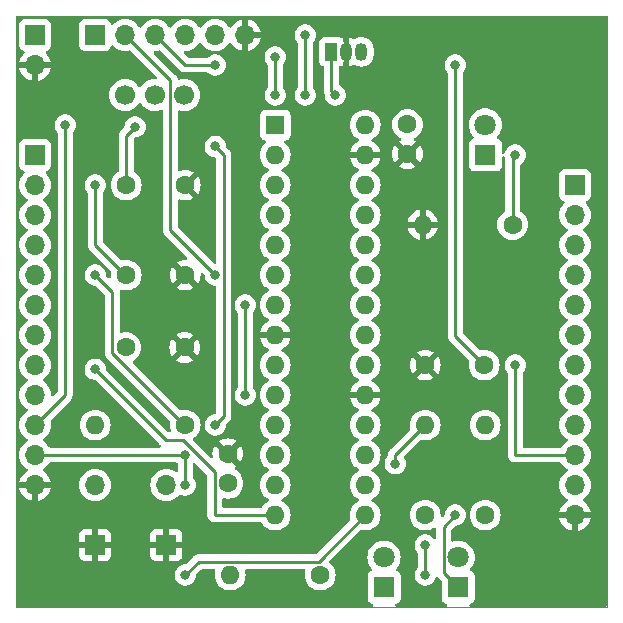
<source format=gbr>
%TF.GenerationSoftware,KiCad,Pcbnew,7.0.1-0*%
%TF.CreationDate,2023-04-14T11:03:42-05:00*%
%TF.ProjectId,HW4,4857342e-6b69-4636-9164-5f7063625858,rev?*%
%TF.SameCoordinates,Original*%
%TF.FileFunction,Copper,L2,Bot*%
%TF.FilePolarity,Positive*%
%FSLAX46Y46*%
G04 Gerber Fmt 4.6, Leading zero omitted, Abs format (unit mm)*
G04 Created by KiCad (PCBNEW 7.0.1-0) date 2023-04-14 11:03:42*
%MOMM*%
%LPD*%
G01*
G04 APERTURE LIST*
%TA.AperFunction,ComponentPad*%
%ADD10C,1.700000*%
%TD*%
%TA.AperFunction,ComponentPad*%
%ADD11R,1.700000X1.700000*%
%TD*%
%TA.AperFunction,ComponentPad*%
%ADD12O,1.700000X1.700000*%
%TD*%
%TA.AperFunction,ComponentPad*%
%ADD13C,1.600000*%
%TD*%
%TA.AperFunction,ComponentPad*%
%ADD14R,1.050000X1.500000*%
%TD*%
%TA.AperFunction,ComponentPad*%
%ADD15O,1.050000X1.500000*%
%TD*%
%TA.AperFunction,ComponentPad*%
%ADD16R,1.800000X1.800000*%
%TD*%
%TA.AperFunction,ComponentPad*%
%ADD17C,1.800000*%
%TD*%
%TA.AperFunction,ComponentPad*%
%ADD18O,1.600000X1.600000*%
%TD*%
%TA.AperFunction,ComponentPad*%
%ADD19R,1.600000X1.600000*%
%TD*%
%TA.AperFunction,ViaPad*%
%ADD20C,0.800000*%
%TD*%
%TA.AperFunction,Conductor*%
%ADD21C,0.250000*%
%TD*%
%TA.AperFunction,Profile*%
%ADD22C,0.100000*%
%TD*%
G04 APERTURE END LIST*
D10*
%TO.P,S1,1*%
%TO.N,+5V*%
X114220000Y-106680000D03*
%TO.P,S1,2*%
%TO.N,/Vin*%
X111720000Y-106680000D03*
%TO.P,S1,3*%
%TO.N,Net-(J2-Pin_1)*%
X109220000Y-106680000D03*
%TD*%
D11*
%TO.P,SW2,1,1*%
%TO.N,GND*%
X106680000Y-144780000D03*
D12*
%TO.P,SW2,2,2*%
%TO.N,/USER*%
X106680000Y-139700000D03*
%TD*%
D13*
%TO.P,C5,1*%
%TO.N,+3.3V*%
X133114339Y-109169811D03*
%TO.P,C5,2*%
%TO.N,GND*%
X133114339Y-111669811D03*
%TD*%
D11*
%TO.P,J4,1,Pin_1*%
%TO.N,/B15*%
X147320000Y-114300000D03*
D12*
%TO.P,J4,2,Pin_2*%
%TO.N,/B14*%
X147320000Y-116840000D03*
%TO.P,J4,3,Pin_3*%
%TO.N,/B13*%
X147320000Y-119380000D03*
%TO.P,J4,4,Pin_4*%
%TO.N,/B12*%
X147320000Y-121920000D03*
%TO.P,J4,5,Pin_5*%
%TO.N,/B11*%
X147320000Y-124460000D03*
%TO.P,J4,6,Pin_6*%
%TO.N,/B10*%
X147320000Y-127000000D03*
%TO.P,J4,7,Pin_7*%
%TO.N,/B9*%
X147320000Y-129540000D03*
%TO.P,J4,8,Pin_8*%
%TO.N,/B8*%
X147320000Y-132080000D03*
%TO.P,J4,9,Pin_9*%
%TO.N,/B7*%
X147320000Y-134620000D03*
%TO.P,J4,10,Pin_10*%
%TO.N,/Vin*%
X147320000Y-137160000D03*
%TO.P,J4,11,Pin_11*%
%TO.N,+3.3V*%
X147320000Y-139700000D03*
%TO.P,J4,12,Pin_12*%
%TO.N,GND*%
X147320000Y-142240000D03*
%TD*%
D11*
%TO.P,J3,1,Pin_1*%
%TO.N,unconnected-(J3-Pin_1-Pad1)*%
X106680000Y-101600000D03*
D12*
%TO.P,J3,2,Pin_2*%
%TO.N,/U1TX*%
X109220000Y-101600000D03*
%TO.P,J3,3,Pin_3*%
%TO.N,/U1RX*%
X111760000Y-101600000D03*
%TO.P,J3,4,Pin_4*%
%TO.N,+5V*%
X114300000Y-101600000D03*
%TO.P,J3,5,Pin_5*%
%TO.N,unconnected-(J3-Pin_5-Pad5)*%
X116840000Y-101600000D03*
%TO.P,J3,6,Pin_6*%
%TO.N,GND*%
X119380000Y-101600000D03*
%TD*%
D14*
%TO.P,U2,1,VO*%
%TO.N,+3.3V*%
X126680638Y-103021303D03*
D15*
%TO.P,U2,2,GND*%
%TO.N,GND*%
X127950638Y-103021303D03*
%TO.P,U2,3,VI*%
%TO.N,/Vin*%
X129220638Y-103021303D03*
%TD*%
D13*
%TO.P,C3,1*%
%TO.N,+3.3V*%
X109300000Y-121920000D03*
%TO.P,C3,2*%
%TO.N,GND*%
X114300000Y-121920000D03*
%TD*%
%TO.P,C2,1*%
%TO.N,+3.3V*%
X109300000Y-114300000D03*
%TO.P,C2,2*%
%TO.N,GND*%
X114300000Y-114300000D03*
%TD*%
D16*
%TO.P,D1,1,K*%
%TO.N,Net-(D1-K)*%
X131136782Y-148360796D03*
D17*
%TO.P,D1,2,A*%
%TO.N,+3.3V*%
X131136782Y-145820796D03*
%TD*%
D13*
%TO.P,R1,1*%
%TO.N,+3.3V*%
X125730000Y-147320000D03*
D18*
%TO.P,R1,2*%
%TO.N,/MCLR*%
X118110000Y-147320000D03*
%TD*%
D16*
%TO.P,D2,1,K*%
%TO.N,Net-(D2-K)*%
X137411481Y-148359146D03*
D17*
%TO.P,D2,2,A*%
%TO.N,+3.3V*%
X137411481Y-145819146D03*
%TD*%
D11*
%TO.P,J1,1,Pin_1*%
%TO.N,/A0*%
X101600000Y-111760000D03*
D12*
%TO.P,J1,2,Pin_2*%
%TO.N,/A1*%
X101600000Y-114300000D03*
%TO.P,J1,3,Pin_3*%
%TO.N,/B0*%
X101600000Y-116840000D03*
%TO.P,J1,4,Pin_4*%
%TO.N,/B1*%
X101600000Y-119380000D03*
%TO.P,J1,5,Pin_5*%
%TO.N,/B2*%
X101600000Y-121920000D03*
%TO.P,J1,6,Pin_6*%
%TO.N,/A3*%
X101600000Y-124460000D03*
%TO.P,J1,7,Pin_7*%
%TO.N,/GREEN*%
X101600000Y-127000000D03*
%TO.P,J1,8,Pin_8*%
%TO.N,/YELLOW*%
X101600000Y-129540000D03*
%TO.P,J1,9,Pin_9*%
%TO.N,/B6*%
X101600000Y-132080000D03*
%TO.P,J1,10,Pin_10*%
%TO.N,/Vin*%
X101600000Y-134620000D03*
%TO.P,J1,11,Pin_11*%
%TO.N,+3.3V*%
X101600000Y-137160000D03*
%TO.P,J1,12,Pin_12*%
%TO.N,GND*%
X101600000Y-139700000D03*
%TD*%
D13*
%TO.P,C6,1*%
%TO.N,Net-(U1-Vcap)*%
X109254945Y-128047700D03*
%TO.P,C6,2*%
%TO.N,GND*%
X114254945Y-128047700D03*
%TD*%
%TO.P,C4,1*%
%TO.N,+3.3V*%
X117913237Y-139548265D03*
%TO.P,C4,2*%
%TO.N,GND*%
X117913237Y-137048265D03*
%TD*%
%TO.P,R5,1*%
%TO.N,Net-(D3-K)*%
X142023075Y-117656105D03*
D18*
%TO.P,R5,2*%
%TO.N,GND*%
X134403075Y-117656105D03*
%TD*%
D13*
%TO.P,R2,1*%
%TO.N,+3.3V*%
X114300000Y-134620000D03*
D18*
%TO.P,R2,2*%
%TO.N,/USER*%
X106680000Y-134620000D03*
%TD*%
D13*
%TO.P,R3,1*%
%TO.N,Net-(D1-K)*%
X139700000Y-142240000D03*
D18*
%TO.P,R3,2*%
%TO.N,/GREEN*%
X139700000Y-134620000D03*
%TD*%
D19*
%TO.P,U1,1,~{MCLR}*%
%TO.N,/MCLR*%
X121920000Y-109220000D03*
D18*
%TO.P,U1,2,A0*%
%TO.N,/A0*%
X121920000Y-111760000D03*
%TO.P,U1,3,A1*%
%TO.N,/A1*%
X121920000Y-114300000D03*
%TO.P,U1,4,B0*%
%TO.N,/B0*%
X121920000Y-116840000D03*
%TO.P,U1,5,B1*%
%TO.N,/B1*%
X121920000Y-119380000D03*
%TO.P,U1,6,B2*%
%TO.N,/B2*%
X121920000Y-121920000D03*
%TO.P,U1,7,B3*%
%TO.N,/U1TX*%
X121920000Y-124460000D03*
%TO.P,U1,8,Vss*%
%TO.N,GND*%
X121920000Y-127000000D03*
%TO.P,U1,9,A2*%
%TO.N,/U1RX*%
X121920000Y-129540000D03*
%TO.P,U1,10,A3*%
%TO.N,/A3*%
X121920000Y-132080000D03*
%TO.P,U1,11,B4*%
%TO.N,/GREEN*%
X121920000Y-134620000D03*
%TO.P,U1,12,A4*%
%TO.N,/USER*%
X121920000Y-137160000D03*
%TO.P,U1,13,Vdd*%
%TO.N,+3.3V*%
X121920000Y-139700000D03*
%TO.P,U1,14,B5*%
%TO.N,/YELLOW*%
X121920000Y-142240000D03*
%TO.P,U1,15,B6*%
%TO.N,/B6*%
X129540000Y-142240000D03*
%TO.P,U1,16,B7*%
%TO.N,/B7*%
X129540000Y-139700000D03*
%TO.P,U1,17,B8*%
%TO.N,/B8*%
X129540000Y-137160000D03*
%TO.P,U1,18,B9*%
%TO.N,/B9*%
X129540000Y-134620000D03*
%TO.P,U1,19,Vss*%
%TO.N,GND*%
X129540000Y-132080000D03*
%TO.P,U1,20,Vcap*%
%TO.N,Net-(U1-Vcap)*%
X129540000Y-129540000D03*
%TO.P,U1,21,B10*%
%TO.N,/B10*%
X129540000Y-127000000D03*
%TO.P,U1,22,B11*%
%TO.N,/B11*%
X129540000Y-124460000D03*
%TO.P,U1,23,B12*%
%TO.N,/B12*%
X129540000Y-121920000D03*
%TO.P,U1,24,B13*%
%TO.N,/B13*%
X129540000Y-119380000D03*
%TO.P,U1,25,B14*%
%TO.N,/B14*%
X129540000Y-116840000D03*
%TO.P,U1,26,B15*%
%TO.N,/B15*%
X129540000Y-114300000D03*
%TO.P,U1,27,AVss*%
%TO.N,GND*%
X129540000Y-111760000D03*
%TO.P,U1,28,AVdd*%
%TO.N,+3.3V*%
X129540000Y-109220000D03*
%TD*%
D16*
%TO.P,D3,1,K*%
%TO.N,Net-(D3-K)*%
X139714851Y-111743498D03*
D17*
%TO.P,D3,2,A*%
%TO.N,+3.3V*%
X139714851Y-109203498D03*
%TD*%
D11*
%TO.P,J2,1,Pin_1*%
%TO.N,Net-(J2-Pin_1)*%
X101600000Y-101600000D03*
D12*
%TO.P,J2,2,Pin_2*%
%TO.N,GND*%
X101600000Y-104140000D03*
%TD*%
D13*
%TO.P,C1,1*%
%TO.N,/Vin*%
X139620000Y-129540000D03*
%TO.P,C1,2*%
%TO.N,GND*%
X134620000Y-129540000D03*
%TD*%
%TO.P,R4,1*%
%TO.N,Net-(D2-K)*%
X134620000Y-142240000D03*
D18*
%TO.P,R4,2*%
%TO.N,/YELLOW*%
X134620000Y-134620000D03*
%TD*%
D11*
%TO.P,SW1,1,1*%
%TO.N,GND*%
X112697492Y-144780000D03*
D12*
%TO.P,SW1,2,2*%
%TO.N,/MCLR*%
X112697492Y-139700000D03*
%TD*%
D20*
%TO.N,/U1RX*%
X116840000Y-104140000D03*
X124460000Y-106680000D03*
X124460000Y-101600000D03*
X111760000Y-101600000D03*
%TO.N,/YELLOW*%
X132080000Y-137884500D03*
%TO.N,+3.3V*%
X114300000Y-139700000D03*
%TO.N,/MCLR*%
X116840000Y-111035500D03*
X116840000Y-134620000D03*
%TO.N,+3.3V*%
X127000000Y-106680000D03*
X106680000Y-121920000D03*
X110054549Y-109370049D03*
X121920000Y-103444862D03*
X121920000Y-106680000D03*
X106680000Y-114300000D03*
%TO.N,/B6*%
X114300000Y-147320000D03*
%TO.N,/YELLOW*%
X106680000Y-129897200D03*
%TO.N,/Vin*%
X137160000Y-104140000D03*
%TO.N,/U1TX*%
X116840000Y-121920000D03*
%TO.N,/Vin*%
X104140000Y-109220000D03*
%TO.N,/A3*%
X119380000Y-132080000D03*
X119380000Y-124460000D03*
%TO.N,+3.3V*%
X114300000Y-137160000D03*
%TO.N,Net-(D1-K)*%
X134620000Y-147320000D03*
X134620000Y-144780000D03*
%TO.N,Net-(D2-K)*%
X137160000Y-142240000D03*
%TO.N,/Vin*%
X142240000Y-129540000D03*
%TO.N,Net-(D3-K)*%
X142240000Y-111760000D03*
%TD*%
D21*
%TO.N,/U1RX*%
X124460000Y-106680000D02*
X124460000Y-104959557D01*
X124460000Y-104959557D02*
X124460000Y-101600000D01*
X116840000Y-104140000D02*
X114300000Y-104140000D01*
X114300000Y-104140000D02*
X111760000Y-101600000D01*
%TO.N,/YELLOW*%
X132080000Y-137884500D02*
X132080000Y-137160000D01*
X132080000Y-137160000D02*
X134620000Y-134620000D01*
%TO.N,+3.3V*%
X114300000Y-139700000D02*
X114300000Y-137160000D01*
%TO.N,/MCLR*%
X116840000Y-111035500D02*
X117565000Y-111760500D01*
X117565000Y-111760500D02*
X117565000Y-133895000D01*
X117565000Y-133895000D02*
X116840000Y-134620000D01*
%TO.N,+3.3V*%
X127000000Y-106680000D02*
X126680638Y-106360638D01*
X126680638Y-106360638D02*
X126680638Y-103021303D01*
X106680000Y-121920000D02*
X108129945Y-123369945D01*
X108129945Y-123369945D02*
X108129945Y-128513691D01*
X108129945Y-128513691D02*
X114236254Y-134620000D01*
X114236254Y-134620000D02*
X114300000Y-134620000D01*
X121920000Y-103444862D02*
X121920000Y-106680000D01*
X110054549Y-109370049D02*
X109300000Y-110124598D01*
X109300000Y-110124598D02*
X109300000Y-114300000D01*
X106680000Y-119380000D02*
X109220000Y-121920000D01*
X106680000Y-114300000D02*
X106680000Y-119380000D01*
%TO.N,/B6*%
X114300000Y-147320000D02*
X115425000Y-146195000D01*
X115425000Y-146195000D02*
X125585000Y-146195000D01*
X125585000Y-146195000D02*
X129540000Y-142240000D01*
%TO.N,/YELLOW*%
X112706065Y-135923265D02*
X114088570Y-135923265D01*
X116788237Y-142188237D02*
X116840000Y-142240000D01*
X106680000Y-129897200D02*
X112706065Y-135923265D01*
X114088570Y-135923265D02*
X116788237Y-138622932D01*
X116788237Y-138622932D02*
X116788237Y-142188237D01*
X116840000Y-142240000D02*
X121920000Y-142240000D01*
%TO.N,/Vin*%
X137160000Y-127080000D02*
X139620000Y-129540000D01*
X137160000Y-104140000D02*
X137160000Y-127080000D01*
%TO.N,/U1TX*%
X113045000Y-105425000D02*
X109220000Y-101600000D01*
X116840000Y-121920000D02*
X113045000Y-118125000D01*
X113045000Y-118125000D02*
X113045000Y-105425000D01*
%TO.N,/Vin*%
X104140000Y-109220000D02*
X104140000Y-132080000D01*
X104140000Y-132080000D02*
X101600000Y-134620000D01*
%TO.N,/A3*%
X119380000Y-124460000D02*
X119380000Y-132080000D01*
%TO.N,+3.3V*%
X114300000Y-137160000D02*
X101600000Y-137160000D01*
%TO.N,Net-(D1-K)*%
X134620000Y-144780000D02*
X134620000Y-147320000D01*
%TO.N,Net-(D2-K)*%
X137160000Y-142240000D02*
X136186481Y-143213519D01*
X136186481Y-143213519D02*
X136186481Y-147134146D01*
X136186481Y-147134146D02*
X137411481Y-148359146D01*
%TO.N,/Vin*%
X142240000Y-129540000D02*
X142240000Y-137160000D01*
X142240000Y-137160000D02*
X147320000Y-137160000D01*
%TO.N,Net-(D3-K)*%
X142023075Y-111976925D02*
X142023075Y-117656105D01*
X142240000Y-111760000D02*
X142023075Y-111976925D01*
%TD*%
%TA.AperFunction,Conductor*%
%TO.N,GND*%
G36*
X109220000Y-100014276D02*
G01*
X109272954Y-100000500D01*
X111707046Y-100000500D01*
X111760000Y-100014276D01*
X111812954Y-100000500D01*
X114247046Y-100000500D01*
X114300000Y-100014276D01*
X114352954Y-100000500D01*
X116787046Y-100000500D01*
X116840000Y-100014276D01*
X116892954Y-100000500D01*
X149875500Y-100000500D01*
X149937500Y-100017113D01*
X149982887Y-100062500D01*
X149999500Y-100124500D01*
X149999500Y-149875500D01*
X149982887Y-149937500D01*
X149937500Y-149982887D01*
X149875500Y-149999500D01*
X138441769Y-149999500D01*
X138381695Y-149983977D01*
X138336663Y-149941293D01*
X138317947Y-149882136D01*
X138330233Y-149821318D01*
X138370445Y-149774066D01*
X138405227Y-149760975D01*
X138404371Y-149758680D01*
X138420710Y-149752585D01*
X138553812Y-149702942D01*
X138669027Y-149616692D01*
X138755277Y-149501477D01*
X138805572Y-149366629D01*
X138811981Y-149307019D01*
X138811980Y-147411274D01*
X138805572Y-147351663D01*
X138755277Y-147216815D01*
X138669027Y-147101600D01*
X138553812Y-147015350D01*
X138500838Y-146995592D01*
X138473574Y-146985423D01*
X138424039Y-146951407D01*
X138396312Y-146898097D01*
X138396905Y-146838010D01*
X138425677Y-146785260D01*
X138520460Y-146682299D01*
X138647405Y-146487995D01*
X138740638Y-146275446D01*
X138797615Y-146050451D01*
X138816781Y-145819146D01*
X138797615Y-145587841D01*
X138740638Y-145362846D01*
X138647405Y-145150297D01*
X138520460Y-144955993D01*
X138363265Y-144785233D01*
X138180107Y-144642676D01*
X137975984Y-144532210D01*
X137975980Y-144532208D01*
X137975979Y-144532208D01*
X137756465Y-144456848D01*
X137584763Y-144428196D01*
X137527530Y-144418646D01*
X137295432Y-144418646D01*
X137266790Y-144423425D01*
X137066499Y-144456847D01*
X136997682Y-144480473D01*
X136976243Y-144487833D01*
X136918104Y-144493257D01*
X136863928Y-144471470D01*
X136825730Y-144427303D01*
X136811981Y-144370552D01*
X136811981Y-143523971D01*
X136821420Y-143476518D01*
X136848300Y-143436290D01*
X137107771Y-143176819D01*
X137147999Y-143149939D01*
X137195452Y-143140500D01*
X137254648Y-143140500D01*
X137378083Y-143114262D01*
X137439803Y-143101144D01*
X137612730Y-143024151D01*
X137758316Y-142918377D01*
X137765870Y-142912889D01*
X137807165Y-142867027D01*
X137892533Y-142772216D01*
X137987179Y-142608284D01*
X138045674Y-142428256D01*
X138065460Y-142240000D01*
X138065460Y-142239999D01*
X138394531Y-142239999D01*
X138414364Y-142466689D01*
X138473261Y-142686497D01*
X138569432Y-142892735D01*
X138699953Y-143079140D01*
X138860859Y-143240046D01*
X139047264Y-143370567D01*
X139047265Y-143370567D01*
X139047266Y-143370568D01*
X139253504Y-143466739D01*
X139473308Y-143525635D01*
X139700000Y-143545468D01*
X139926692Y-143525635D01*
X140146496Y-143466739D01*
X140352734Y-143370568D01*
X140539139Y-143240047D01*
X140700047Y-143079139D01*
X140830568Y-142892734D01*
X140926739Y-142686496D01*
X140979390Y-142490000D01*
X145989364Y-142490000D01*
X146046569Y-142703492D01*
X146146399Y-142917576D01*
X146281893Y-143111081D01*
X146448918Y-143278106D01*
X146642423Y-143413600D01*
X146856507Y-143513430D01*
X147069999Y-143570635D01*
X147070000Y-143570636D01*
X147070000Y-142490000D01*
X147570000Y-142490000D01*
X147570000Y-143570635D01*
X147783492Y-143513430D01*
X147997576Y-143413600D01*
X148191081Y-143278106D01*
X148358106Y-143111081D01*
X148493600Y-142917576D01*
X148593430Y-142703492D01*
X148650636Y-142490000D01*
X147570000Y-142490000D01*
X147070000Y-142490000D01*
X145989364Y-142490000D01*
X140979390Y-142490000D01*
X140985635Y-142466692D01*
X141005468Y-142240000D01*
X140985635Y-142013308D01*
X140926739Y-141793504D01*
X140830568Y-141587266D01*
X140816456Y-141567112D01*
X140700046Y-141400859D01*
X140539140Y-141239953D01*
X140352735Y-141109432D01*
X140146497Y-141013261D01*
X139926689Y-140954364D01*
X139700000Y-140934531D01*
X139473310Y-140954364D01*
X139253502Y-141013261D01*
X139047264Y-141109432D01*
X138860859Y-141239953D01*
X138699953Y-141400859D01*
X138569432Y-141587264D01*
X138473261Y-141793502D01*
X138414364Y-142013310D01*
X138394531Y-142239999D01*
X138065460Y-142239999D01*
X138045674Y-142051744D01*
X137987179Y-141871716D01*
X137987179Y-141871715D01*
X137892533Y-141707783D01*
X137765870Y-141567110D01*
X137612730Y-141455848D01*
X137439802Y-141378855D01*
X137254648Y-141339500D01*
X137254646Y-141339500D01*
X137065354Y-141339500D01*
X137065352Y-141339500D01*
X136880197Y-141378855D01*
X136707269Y-141455848D01*
X136554129Y-141567110D01*
X136427466Y-141707783D01*
X136332820Y-141871715D01*
X136274326Y-142051742D01*
X136256679Y-142219649D01*
X136245279Y-142260070D01*
X136221039Y-142294368D01*
X136132819Y-142382588D01*
X136081392Y-142413489D01*
X136021477Y-142416629D01*
X135967102Y-142391273D01*
X135930995Y-142343357D01*
X135921610Y-142284099D01*
X135925468Y-142239999D01*
X135908998Y-142051744D01*
X135905635Y-142013308D01*
X135846739Y-141793504D01*
X135750568Y-141587266D01*
X135736456Y-141567112D01*
X135620046Y-141400859D01*
X135459140Y-141239953D01*
X135272735Y-141109432D01*
X135066497Y-141013261D01*
X134846689Y-140954364D01*
X134620000Y-140934531D01*
X134393310Y-140954364D01*
X134173502Y-141013261D01*
X133967264Y-141109432D01*
X133780859Y-141239953D01*
X133619953Y-141400859D01*
X133489432Y-141587264D01*
X133393261Y-141793502D01*
X133334364Y-142013310D01*
X133314531Y-142239999D01*
X133334364Y-142466689D01*
X133393261Y-142686497D01*
X133489432Y-142892735D01*
X133619953Y-143079140D01*
X133780859Y-143240046D01*
X133967264Y-143370567D01*
X133967265Y-143370567D01*
X133967266Y-143370568D01*
X134173504Y-143466739D01*
X134393308Y-143525635D01*
X134620000Y-143545468D01*
X134846692Y-143525635D01*
X135066496Y-143466739D01*
X135272734Y-143370568D01*
X135312663Y-143342610D01*
X135365858Y-143305363D01*
X135428872Y-143283203D01*
X135494238Y-143296949D01*
X135542990Y-143342610D01*
X135560981Y-143406938D01*
X135560981Y-144156257D01*
X135546870Y-144213706D01*
X135507750Y-144258079D01*
X135452523Y-144279279D01*
X135393758Y-144272480D01*
X135344831Y-144239230D01*
X135225867Y-144107108D01*
X135072730Y-143995848D01*
X134899802Y-143918855D01*
X134714648Y-143879500D01*
X134714646Y-143879500D01*
X134525354Y-143879500D01*
X134525352Y-143879500D01*
X134340197Y-143918855D01*
X134167269Y-143995848D01*
X134014129Y-144107110D01*
X133887466Y-144247783D01*
X133792820Y-144411715D01*
X133734326Y-144591742D01*
X133714540Y-144780000D01*
X133734326Y-144968257D01*
X133792820Y-145148284D01*
X133887464Y-145312213D01*
X133887467Y-145312216D01*
X133962652Y-145395717D01*
X133986264Y-145434249D01*
X133994500Y-145478687D01*
X133994500Y-146621313D01*
X133986264Y-146665751D01*
X133962652Y-146704282D01*
X133929545Y-146741051D01*
X133887464Y-146787786D01*
X133792820Y-146951715D01*
X133734326Y-147131742D01*
X133714540Y-147320000D01*
X133734326Y-147508257D01*
X133792820Y-147688284D01*
X133887466Y-147852216D01*
X134014129Y-147992889D01*
X134167269Y-148104151D01*
X134340197Y-148181144D01*
X134525352Y-148220500D01*
X134525354Y-148220500D01*
X134714646Y-148220500D01*
X134714648Y-148220500D01*
X134838084Y-148194262D01*
X134899803Y-148181144D01*
X135072730Y-148104151D01*
X135225871Y-147992888D01*
X135352533Y-147852216D01*
X135447179Y-147688284D01*
X135484915Y-147572143D01*
X135518672Y-147519408D01*
X135573895Y-147489890D01*
X135636500Y-147491117D01*
X135690523Y-147522778D01*
X135702474Y-147534729D01*
X135715108Y-147549521D01*
X135726887Y-147565733D01*
X135760539Y-147593572D01*
X135769180Y-147601435D01*
X135974662Y-147806917D01*
X136001542Y-147847145D01*
X136010981Y-147894598D01*
X136010981Y-149307015D01*
X136017390Y-149366630D01*
X136042537Y-149434053D01*
X136067685Y-149501477D01*
X136153935Y-149616692D01*
X136269150Y-149702942D01*
X136386929Y-149746871D01*
X136418591Y-149758680D01*
X136417734Y-149760975D01*
X136452516Y-149774067D01*
X136492728Y-149821319D01*
X136505013Y-149882137D01*
X136486297Y-149941294D01*
X136441264Y-149983977D01*
X136381191Y-149999500D01*
X132175718Y-149999500D01*
X132110175Y-149980762D01*
X132064441Y-149930211D01*
X132052337Y-149863125D01*
X132077522Y-149799780D01*
X132132385Y-149759318D01*
X132148689Y-149753237D01*
X132279113Y-149704592D01*
X132394328Y-149618342D01*
X132480578Y-149503127D01*
X132530873Y-149368279D01*
X132537282Y-149308669D01*
X132537281Y-147412924D01*
X132530873Y-147353313D01*
X132480578Y-147218465D01*
X132394328Y-147103250D01*
X132279113Y-147017000D01*
X132226139Y-146997242D01*
X132198875Y-146987073D01*
X132149340Y-146953057D01*
X132121613Y-146899747D01*
X132122206Y-146839660D01*
X132150978Y-146786910D01*
X132245761Y-146683949D01*
X132372706Y-146489645D01*
X132465939Y-146277096D01*
X132522916Y-146052101D01*
X132542082Y-145820796D01*
X132522916Y-145589491D01*
X132465939Y-145364496D01*
X132372706Y-145151947D01*
X132245761Y-144957643D01*
X132088566Y-144786883D01*
X131905408Y-144644326D01*
X131701285Y-144533860D01*
X131701281Y-144533858D01*
X131701280Y-144533858D01*
X131481766Y-144458498D01*
X131310064Y-144429846D01*
X131252831Y-144420296D01*
X131020733Y-144420296D01*
X130978742Y-144427303D01*
X130791797Y-144458498D01*
X130572283Y-144533858D01*
X130368154Y-144644327D01*
X130184997Y-144786883D01*
X130027802Y-144957644D01*
X129900858Y-145151946D01*
X129807626Y-145364492D01*
X129807624Y-145364496D01*
X129807625Y-145364496D01*
X129751954Y-145584336D01*
X129750647Y-145589496D01*
X129731481Y-145820795D01*
X129750647Y-146052095D01*
X129750647Y-146052097D01*
X129750648Y-146052101D01*
X129807625Y-146277096D01*
X129900858Y-146489645D01*
X130027803Y-146683949D01*
X130122585Y-146786910D01*
X130151357Y-146839661D01*
X130151950Y-146899747D01*
X130124223Y-146953057D01*
X130074688Y-146987072D01*
X129994453Y-147016998D01*
X129879236Y-147103250D01*
X129792986Y-147218464D01*
X129742691Y-147353311D01*
X129742691Y-147353313D01*
X129736460Y-147411274D01*
X129736282Y-147412926D01*
X129736282Y-149308665D01*
X129742514Y-149366629D01*
X129742691Y-149368279D01*
X129792986Y-149503127D01*
X129879236Y-149618342D01*
X129994451Y-149704592D01*
X130124875Y-149753237D01*
X130141179Y-149759318D01*
X130196041Y-149799780D01*
X130221226Y-149863126D01*
X130209122Y-149930211D01*
X130163388Y-149980762D01*
X130097845Y-149999500D01*
X100124500Y-149999500D01*
X100062500Y-149982887D01*
X100017113Y-149937500D01*
X100000500Y-149875500D01*
X100000500Y-147320000D01*
X113394540Y-147320000D01*
X113414326Y-147508257D01*
X113472820Y-147688284D01*
X113567466Y-147852216D01*
X113694129Y-147992889D01*
X113847269Y-148104151D01*
X114020197Y-148181144D01*
X114205352Y-148220500D01*
X114205354Y-148220500D01*
X114394646Y-148220500D01*
X114394648Y-148220500D01*
X114518084Y-148194262D01*
X114579803Y-148181144D01*
X114752730Y-148104151D01*
X114905871Y-147992888D01*
X115032533Y-147852216D01*
X115127179Y-147688284D01*
X115185674Y-147508256D01*
X115203322Y-147340341D01*
X115214720Y-147299927D01*
X115238957Y-147265632D01*
X115647771Y-146856819D01*
X115688000Y-146829939D01*
X115735453Y-146820500D01*
X116735863Y-146820500D01*
X116790707Y-146833288D01*
X116834239Y-146869013D01*
X116857480Y-146920309D01*
X116855638Y-146976593D01*
X116824364Y-147093308D01*
X116804531Y-147320000D01*
X116824364Y-147546689D01*
X116883261Y-147766497D01*
X116979432Y-147972735D01*
X117109953Y-148159140D01*
X117270859Y-148320046D01*
X117457264Y-148450567D01*
X117457265Y-148450567D01*
X117457266Y-148450568D01*
X117663504Y-148546739D01*
X117883308Y-148605635D01*
X118110000Y-148625468D01*
X118336692Y-148605635D01*
X118556496Y-148546739D01*
X118762734Y-148450568D01*
X118949139Y-148320047D01*
X119110047Y-148159139D01*
X119240568Y-147972734D01*
X119336739Y-147766496D01*
X119395635Y-147546692D01*
X119415468Y-147320000D01*
X119395635Y-147093308D01*
X119388075Y-147065092D01*
X119364362Y-146976593D01*
X119362520Y-146920309D01*
X119385761Y-146869013D01*
X119429293Y-146833288D01*
X119484137Y-146820500D01*
X124355863Y-146820500D01*
X124410707Y-146833288D01*
X124454239Y-146869013D01*
X124477480Y-146920309D01*
X124475638Y-146976593D01*
X124444364Y-147093308D01*
X124424531Y-147319999D01*
X124444364Y-147546689D01*
X124503261Y-147766497D01*
X124599432Y-147972735D01*
X124729953Y-148159140D01*
X124890859Y-148320046D01*
X125077264Y-148450567D01*
X125077265Y-148450567D01*
X125077266Y-148450568D01*
X125283504Y-148546739D01*
X125503308Y-148605635D01*
X125730000Y-148625468D01*
X125956692Y-148605635D01*
X126176496Y-148546739D01*
X126382734Y-148450568D01*
X126569139Y-148320047D01*
X126730047Y-148159139D01*
X126860568Y-147972734D01*
X126956739Y-147766496D01*
X127015635Y-147546692D01*
X127035468Y-147320000D01*
X127015635Y-147093308D01*
X126956739Y-146873504D01*
X126860568Y-146667266D01*
X126859507Y-146665751D01*
X126730046Y-146480859D01*
X126569136Y-146319949D01*
X126558145Y-146312253D01*
X126521882Y-146272678D01*
X126505742Y-146221486D01*
X126512748Y-146168269D01*
X126541587Y-146123001D01*
X129125178Y-143539410D01*
X129180764Y-143507318D01*
X129244947Y-143507318D01*
X129313308Y-143525635D01*
X129540000Y-143545468D01*
X129766692Y-143525635D01*
X129986496Y-143466739D01*
X130192734Y-143370568D01*
X130379139Y-143240047D01*
X130540047Y-143079139D01*
X130670568Y-142892734D01*
X130766739Y-142686496D01*
X130825635Y-142466692D01*
X130845468Y-142240000D01*
X130825635Y-142013308D01*
X130766739Y-141793504D01*
X130670568Y-141587266D01*
X130656456Y-141567112D01*
X130540046Y-141400859D01*
X130379140Y-141239953D01*
X130192733Y-141109431D01*
X130134725Y-141082382D01*
X130082549Y-141036625D01*
X130063129Y-140970000D01*
X130082549Y-140903375D01*
X130134725Y-140857618D01*
X130192734Y-140830568D01*
X130379139Y-140700047D01*
X130540047Y-140539139D01*
X130670568Y-140352734D01*
X130766739Y-140146496D01*
X130825635Y-139926692D01*
X130845468Y-139700000D01*
X130825635Y-139473308D01*
X130766739Y-139253504D01*
X130670568Y-139047266D01*
X130669507Y-139045751D01*
X130540046Y-138860859D01*
X130379140Y-138699953D01*
X130192733Y-138569431D01*
X130134725Y-138542382D01*
X130082549Y-138496625D01*
X130063129Y-138430000D01*
X130082549Y-138363375D01*
X130134725Y-138317618D01*
X130192734Y-138290568D01*
X130379139Y-138160047D01*
X130540047Y-137999139D01*
X130620317Y-137884500D01*
X131174540Y-137884500D01*
X131194326Y-138072757D01*
X131252820Y-138252784D01*
X131347466Y-138416716D01*
X131474129Y-138557389D01*
X131627269Y-138668651D01*
X131800197Y-138745644D01*
X131985352Y-138785000D01*
X131985354Y-138785000D01*
X132174646Y-138785000D01*
X132174648Y-138785000D01*
X132298083Y-138758762D01*
X132359803Y-138745644D01*
X132532730Y-138668651D01*
X132628838Y-138598825D01*
X132685870Y-138557389D01*
X132699383Y-138542382D01*
X132812533Y-138416716D01*
X132907179Y-138252784D01*
X132965674Y-138072756D01*
X132985460Y-137884500D01*
X132965674Y-137696244D01*
X132907179Y-137516216D01*
X132845380Y-137409178D01*
X132829241Y-137357989D01*
X132836247Y-137304771D01*
X132865086Y-137259502D01*
X134205178Y-135919411D01*
X134260763Y-135887319D01*
X134324951Y-135887319D01*
X134393308Y-135905635D01*
X134620000Y-135925468D01*
X134846692Y-135905635D01*
X135066496Y-135846739D01*
X135272734Y-135750568D01*
X135459139Y-135620047D01*
X135620047Y-135459139D01*
X135750568Y-135272734D01*
X135846739Y-135066496D01*
X135905635Y-134846692D01*
X135925468Y-134620000D01*
X135925468Y-134619999D01*
X138394531Y-134619999D01*
X138414364Y-134846689D01*
X138473261Y-135066497D01*
X138569432Y-135272735D01*
X138699953Y-135459140D01*
X138860859Y-135620046D01*
X139047264Y-135750567D01*
X139047265Y-135750567D01*
X139047266Y-135750568D01*
X139253504Y-135846739D01*
X139473308Y-135905635D01*
X139700000Y-135925468D01*
X139926692Y-135905635D01*
X140146496Y-135846739D01*
X140352734Y-135750568D01*
X140539139Y-135620047D01*
X140700047Y-135459139D01*
X140830568Y-135272734D01*
X140926739Y-135066496D01*
X140985635Y-134846692D01*
X141005468Y-134620000D01*
X140985635Y-134393308D01*
X140926739Y-134173504D01*
X140830568Y-133967266D01*
X140816456Y-133947112D01*
X140700046Y-133780859D01*
X140539140Y-133619953D01*
X140352735Y-133489432D01*
X140146497Y-133393261D01*
X139926689Y-133334364D01*
X139700000Y-133314531D01*
X139473310Y-133334364D01*
X139253502Y-133393261D01*
X139047264Y-133489432D01*
X138860859Y-133619953D01*
X138699953Y-133780859D01*
X138569432Y-133967264D01*
X138473261Y-134173502D01*
X138414364Y-134393310D01*
X138394531Y-134619999D01*
X135925468Y-134619999D01*
X135905635Y-134393308D01*
X135846739Y-134173504D01*
X135750568Y-133967266D01*
X135736456Y-133947112D01*
X135620046Y-133780859D01*
X135459140Y-133619953D01*
X135272735Y-133489432D01*
X135066497Y-133393261D01*
X134846689Y-133334364D01*
X134620000Y-133314531D01*
X134393310Y-133334364D01*
X134173502Y-133393261D01*
X133967264Y-133489432D01*
X133780859Y-133619953D01*
X133619953Y-133780859D01*
X133489432Y-133967264D01*
X133393261Y-134173502D01*
X133334364Y-134393310D01*
X133314531Y-134619999D01*
X133334364Y-134846690D01*
X133352680Y-134915047D01*
X133352680Y-134979234D01*
X133320586Y-135034821D01*
X131696208Y-136659199D01*
X131680110Y-136672096D01*
X131632096Y-136723225D01*
X131629391Y-136726017D01*
X131609874Y-136745534D01*
X131607415Y-136748705D01*
X131599842Y-136757572D01*
X131569935Y-136789420D01*
X131560285Y-136806974D01*
X131549609Y-136823228D01*
X131537326Y-136839063D01*
X131519975Y-136879158D01*
X131514838Y-136889644D01*
X131493802Y-136927907D01*
X131488821Y-136947309D01*
X131482520Y-136965711D01*
X131474561Y-136984102D01*
X131467728Y-137027242D01*
X131465360Y-137038674D01*
X131454500Y-137080978D01*
X131454500Y-137101016D01*
X131452973Y-137120415D01*
X131449839Y-137140195D01*
X131453134Y-137175050D01*
X131447413Y-137225654D01*
X131421834Y-137269690D01*
X131347466Y-137352283D01*
X131252820Y-137516215D01*
X131194326Y-137696242D01*
X131174540Y-137884500D01*
X130620317Y-137884500D01*
X130670568Y-137812734D01*
X130766739Y-137606496D01*
X130825635Y-137386692D01*
X130845468Y-137160000D01*
X130825635Y-136933308D01*
X130766739Y-136713504D01*
X130670568Y-136507266D01*
X130652996Y-136482171D01*
X130540046Y-136320859D01*
X130379140Y-136159953D01*
X130192733Y-136029431D01*
X130134725Y-136002382D01*
X130082549Y-135956625D01*
X130063129Y-135890000D01*
X130082549Y-135823375D01*
X130134725Y-135777618D01*
X130192734Y-135750568D01*
X130379139Y-135620047D01*
X130540047Y-135459139D01*
X130670568Y-135272734D01*
X130766739Y-135066496D01*
X130825635Y-134846692D01*
X130845468Y-134620000D01*
X130825635Y-134393308D01*
X130766739Y-134173504D01*
X130670568Y-133967266D01*
X130656456Y-133947112D01*
X130540046Y-133780859D01*
X130379140Y-133619953D01*
X130192736Y-133489433D01*
X130134723Y-133462381D01*
X130134132Y-133462105D01*
X130081958Y-133416348D01*
X130062539Y-133349723D01*
X130081959Y-133283098D01*
X130134135Y-133237342D01*
X130192479Y-133210135D01*
X130378819Y-133079658D01*
X130539658Y-132918819D01*
X130670134Y-132732480D01*
X130766266Y-132526326D01*
X130818872Y-132330000D01*
X128261128Y-132330000D01*
X128313733Y-132526326D01*
X128409865Y-132732480D01*
X128540341Y-132918819D01*
X128701180Y-133079658D01*
X128887519Y-133210134D01*
X128945865Y-133237342D01*
X128998040Y-133283099D01*
X129017460Y-133349723D01*
X128998041Y-133416348D01*
X128945866Y-133462105D01*
X128887267Y-133489430D01*
X128700859Y-133619953D01*
X128539953Y-133780859D01*
X128409432Y-133967264D01*
X128313261Y-134173502D01*
X128254364Y-134393310D01*
X128234531Y-134619999D01*
X128254364Y-134846689D01*
X128313261Y-135066497D01*
X128409432Y-135272735D01*
X128539953Y-135459140D01*
X128700859Y-135620046D01*
X128876883Y-135743298D01*
X128887266Y-135750568D01*
X128945275Y-135777618D01*
X128997450Y-135823375D01*
X129016869Y-135890000D01*
X128997450Y-135956625D01*
X128945275Y-136002382D01*
X128887263Y-136029433D01*
X128700859Y-136159953D01*
X128539953Y-136320859D01*
X128409432Y-136507264D01*
X128313261Y-136713502D01*
X128254364Y-136933310D01*
X128234531Y-137159999D01*
X128254364Y-137386689D01*
X128313261Y-137606497D01*
X128409432Y-137812735D01*
X128539953Y-137999140D01*
X128700859Y-138160046D01*
X128779981Y-138215447D01*
X128887266Y-138290568D01*
X128945275Y-138317618D01*
X128997450Y-138363375D01*
X129016869Y-138430000D01*
X128997450Y-138496625D01*
X128945275Y-138542382D01*
X128887263Y-138569433D01*
X128700859Y-138699953D01*
X128539953Y-138860859D01*
X128409432Y-139047264D01*
X128313261Y-139253502D01*
X128254364Y-139473310D01*
X128234531Y-139699999D01*
X128254364Y-139926689D01*
X128313261Y-140146497D01*
X128409432Y-140352735D01*
X128539953Y-140539140D01*
X128700859Y-140700046D01*
X128844731Y-140800785D01*
X128887266Y-140830568D01*
X128945275Y-140857618D01*
X128997450Y-140903375D01*
X129016869Y-140970000D01*
X128997450Y-141036625D01*
X128945275Y-141082382D01*
X128887263Y-141109433D01*
X128700859Y-141239953D01*
X128539953Y-141400859D01*
X128409432Y-141587264D01*
X128313261Y-141793502D01*
X128254364Y-142013310D01*
X128234531Y-142239999D01*
X128254364Y-142466690D01*
X128272680Y-142535047D01*
X128272680Y-142599234D01*
X128240586Y-142654821D01*
X125362228Y-145533181D01*
X125322000Y-145560061D01*
X125274547Y-145569500D01*
X115507740Y-145569500D01*
X115487236Y-145567236D01*
X115417144Y-145569439D01*
X115413250Y-145569500D01*
X115385648Y-145569500D01*
X115381653Y-145570004D01*
X115370029Y-145570918D01*
X115326368Y-145572290D01*
X115307128Y-145577880D01*
X115288081Y-145581825D01*
X115268209Y-145584335D01*
X115227599Y-145600413D01*
X115216554Y-145604194D01*
X115174611Y-145616380D01*
X115157369Y-145626578D01*
X115139897Y-145635138D01*
X115121266Y-145642514D01*
X115085938Y-145668181D01*
X115076180Y-145674591D01*
X115038579Y-145696829D01*
X115024410Y-145710998D01*
X115009622Y-145723628D01*
X114993413Y-145735405D01*
X114965572Y-145769058D01*
X114957711Y-145777696D01*
X114352228Y-146383181D01*
X114312000Y-146410061D01*
X114264547Y-146419500D01*
X114205352Y-146419500D01*
X114020197Y-146458855D01*
X113847269Y-146535848D01*
X113694129Y-146647110D01*
X113567466Y-146787783D01*
X113472820Y-146951715D01*
X113414326Y-147131742D01*
X113394540Y-147320000D01*
X100000500Y-147320000D01*
X100000500Y-145030000D01*
X105330000Y-145030000D01*
X105330000Y-145677824D01*
X105336402Y-145737375D01*
X105386647Y-145872089D01*
X105472811Y-145987188D01*
X105587910Y-146073352D01*
X105722624Y-146123597D01*
X105782176Y-146130000D01*
X106430000Y-146130000D01*
X106430000Y-145030000D01*
X106930000Y-145030000D01*
X106930000Y-146130000D01*
X107577824Y-146130000D01*
X107637375Y-146123597D01*
X107772089Y-146073352D01*
X107887188Y-145987188D01*
X107973352Y-145872089D01*
X108023597Y-145737375D01*
X108030000Y-145677824D01*
X108030000Y-145030000D01*
X111347492Y-145030000D01*
X111347492Y-145677824D01*
X111353894Y-145737375D01*
X111404139Y-145872089D01*
X111490303Y-145987188D01*
X111605402Y-146073352D01*
X111740116Y-146123597D01*
X111799668Y-146130000D01*
X112447492Y-146130000D01*
X112447492Y-145030000D01*
X112947492Y-145030000D01*
X112947492Y-146130000D01*
X113595316Y-146130000D01*
X113654867Y-146123597D01*
X113789581Y-146073352D01*
X113904680Y-145987188D01*
X113990844Y-145872089D01*
X114041089Y-145737375D01*
X114047492Y-145677824D01*
X114047492Y-145030000D01*
X112947492Y-145030000D01*
X112447492Y-145030000D01*
X111347492Y-145030000D01*
X108030000Y-145030000D01*
X106930000Y-145030000D01*
X106430000Y-145030000D01*
X105330000Y-145030000D01*
X100000500Y-145030000D01*
X100000500Y-144530000D01*
X105330000Y-144530000D01*
X106430000Y-144530000D01*
X106430000Y-143430000D01*
X106930000Y-143430000D01*
X106930000Y-144530000D01*
X108030000Y-144530000D01*
X111347492Y-144530000D01*
X112447492Y-144530000D01*
X112447492Y-143430000D01*
X112947492Y-143430000D01*
X112947492Y-144530000D01*
X114047492Y-144530000D01*
X114047492Y-143882176D01*
X114041089Y-143822624D01*
X113990844Y-143687910D01*
X113904680Y-143572811D01*
X113789581Y-143486647D01*
X113654867Y-143436402D01*
X113595316Y-143430000D01*
X112947492Y-143430000D01*
X112447492Y-143430000D01*
X111799668Y-143430000D01*
X111740116Y-143436402D01*
X111605402Y-143486647D01*
X111490303Y-143572811D01*
X111404139Y-143687910D01*
X111353894Y-143822624D01*
X111347492Y-143882176D01*
X111347492Y-144530000D01*
X108030000Y-144530000D01*
X108030000Y-143882176D01*
X108023597Y-143822624D01*
X107973352Y-143687910D01*
X107887188Y-143572811D01*
X107772089Y-143486647D01*
X107637375Y-143436402D01*
X107577824Y-143430000D01*
X106930000Y-143430000D01*
X106430000Y-143430000D01*
X105782176Y-143430000D01*
X105722624Y-143436402D01*
X105587910Y-143486647D01*
X105472811Y-143572811D01*
X105386647Y-143687910D01*
X105336402Y-143822624D01*
X105330000Y-143882176D01*
X105330000Y-144530000D01*
X100000500Y-144530000D01*
X100000500Y-139950000D01*
X100269364Y-139950000D01*
X100326569Y-140163492D01*
X100426399Y-140377576D01*
X100561893Y-140571081D01*
X100728918Y-140738106D01*
X100922423Y-140873600D01*
X101136507Y-140973430D01*
X101349999Y-141030635D01*
X101350000Y-141030636D01*
X101350000Y-139950000D01*
X101850000Y-139950000D01*
X101850000Y-141030635D01*
X102063492Y-140973430D01*
X102277576Y-140873600D01*
X102471081Y-140738106D01*
X102638106Y-140571081D01*
X102773600Y-140377576D01*
X102873430Y-140163492D01*
X102930636Y-139950000D01*
X101850000Y-139950000D01*
X101350000Y-139950000D01*
X100269364Y-139950000D01*
X100000500Y-139950000D01*
X100000500Y-139699999D01*
X105324340Y-139699999D01*
X105344936Y-139935407D01*
X105389709Y-140102502D01*
X105406097Y-140163663D01*
X105505965Y-140377830D01*
X105641505Y-140571401D01*
X105808599Y-140738495D01*
X106002170Y-140874035D01*
X106216337Y-140973903D01*
X106444592Y-141035063D01*
X106680000Y-141055659D01*
X106915408Y-141035063D01*
X107143663Y-140973903D01*
X107357830Y-140874035D01*
X107551401Y-140738495D01*
X107718495Y-140571401D01*
X107854035Y-140377830D01*
X107953903Y-140163663D01*
X108015063Y-139935408D01*
X108035659Y-139700000D01*
X108015063Y-139464592D01*
X107953903Y-139236337D01*
X107854035Y-139022171D01*
X107718495Y-138828599D01*
X107551401Y-138661505D01*
X107357830Y-138525965D01*
X107143663Y-138426097D01*
X107082501Y-138409709D01*
X106915407Y-138364936D01*
X106680000Y-138344340D01*
X106444592Y-138364936D01*
X106216336Y-138426097D01*
X106002170Y-138525965D01*
X105808598Y-138661505D01*
X105641505Y-138828598D01*
X105505965Y-139022170D01*
X105406097Y-139236336D01*
X105344936Y-139464592D01*
X105324340Y-139699999D01*
X100000500Y-139699999D01*
X100000500Y-137212954D01*
X100014276Y-137160000D01*
X100233033Y-137160000D01*
X100248028Y-137202147D01*
X100264936Y-137395407D01*
X100309542Y-137561877D01*
X100326097Y-137623663D01*
X100425965Y-137837830D01*
X100561505Y-138031401D01*
X100728599Y-138198495D01*
X100914597Y-138328732D01*
X100953460Y-138373048D01*
X100967471Y-138430305D01*
X100953461Y-138487561D01*
X100914595Y-138531880D01*
X100728919Y-138661892D01*
X100561890Y-138828921D01*
X100426400Y-139022421D01*
X100326569Y-139236507D01*
X100269364Y-139449999D01*
X100269364Y-139450000D01*
X102930636Y-139450000D01*
X102930635Y-139449999D01*
X102873430Y-139236507D01*
X102773599Y-139022421D01*
X102638109Y-138828921D01*
X102471081Y-138661893D01*
X102285404Y-138531880D01*
X102246539Y-138487562D01*
X102232528Y-138430305D01*
X102246539Y-138373048D01*
X102285402Y-138328732D01*
X102471401Y-138198495D01*
X102638495Y-138031401D01*
X102773653Y-137838374D01*
X102817970Y-137799511D01*
X102875227Y-137785500D01*
X113550500Y-137785500D01*
X113612500Y-137802113D01*
X113657887Y-137847500D01*
X113674500Y-137909500D01*
X113674500Y-138497250D01*
X113656509Y-138561578D01*
X113607757Y-138607239D01*
X113542390Y-138620985D01*
X113479377Y-138598825D01*
X113375322Y-138525965D01*
X113353221Y-138515659D01*
X113161155Y-138426097D01*
X113099993Y-138409709D01*
X112932899Y-138364936D01*
X112697492Y-138344340D01*
X112462084Y-138364936D01*
X112233828Y-138426097D01*
X112019662Y-138525965D01*
X111826090Y-138661505D01*
X111658997Y-138828598D01*
X111523457Y-139022170D01*
X111423589Y-139236336D01*
X111362428Y-139464592D01*
X111341832Y-139699999D01*
X111362428Y-139935407D01*
X111407201Y-140102502D01*
X111423589Y-140163663D01*
X111523457Y-140377830D01*
X111658997Y-140571401D01*
X111826091Y-140738495D01*
X112019662Y-140874035D01*
X112233829Y-140973903D01*
X112462084Y-141035063D01*
X112697492Y-141055659D01*
X112932900Y-141035063D01*
X113161155Y-140973903D01*
X113375322Y-140874035D01*
X113568893Y-140738495D01*
X113735987Y-140571401D01*
X113750378Y-140550848D01*
X113792467Y-140513171D01*
X113846904Y-140498074D01*
X113902389Y-140508692D01*
X114020197Y-140561144D01*
X114205352Y-140600500D01*
X114205354Y-140600500D01*
X114394646Y-140600500D01*
X114394648Y-140600500D01*
X114531547Y-140571401D01*
X114579803Y-140561144D01*
X114752730Y-140484151D01*
X114885890Y-140387405D01*
X114905870Y-140372889D01*
X115032533Y-140232216D01*
X115127179Y-140068284D01*
X115170353Y-139935408D01*
X115185674Y-139888256D01*
X115205460Y-139700000D01*
X115185674Y-139511744D01*
X115127179Y-139331716D01*
X115127179Y-139331715D01*
X115032535Y-139167786D01*
X115019427Y-139153229D01*
X114957347Y-139084282D01*
X114933736Y-139045751D01*
X114925500Y-139001313D01*
X114925500Y-137944147D01*
X114939015Y-137887852D01*
X114976615Y-137843829D01*
X115030102Y-137821674D01*
X115087818Y-137826216D01*
X115137181Y-137856466D01*
X116126418Y-138845703D01*
X116153298Y-138885931D01*
X116162737Y-138933384D01*
X116162737Y-142105493D01*
X116160472Y-142125999D01*
X116162676Y-142196110D01*
X116162737Y-142200005D01*
X116162737Y-142227586D01*
X116163240Y-142231571D01*
X116164155Y-142243204D01*
X116165527Y-142286863D01*
X116171116Y-142306097D01*
X116175062Y-142325153D01*
X116177572Y-142345029D01*
X116193651Y-142385641D01*
X116197434Y-142396688D01*
X116209619Y-142438628D01*
X116219817Y-142455872D01*
X116228373Y-142473337D01*
X116235751Y-142491969D01*
X116235752Y-142491970D01*
X116261417Y-142527296D01*
X116267830Y-142537059D01*
X116290063Y-142574653D01*
X116290066Y-142574656D01*
X116290067Y-142574657D01*
X116304235Y-142588825D01*
X116316867Y-142603615D01*
X116328643Y-142619824D01*
X116343188Y-142631857D01*
X116349015Y-142636994D01*
X116354212Y-142641875D01*
X116354214Y-142641877D01*
X116367998Y-142654821D01*
X116403226Y-142687903D01*
X116406022Y-142690613D01*
X116425529Y-142710120D01*
X116428711Y-142712588D01*
X116437571Y-142720155D01*
X116469418Y-142750062D01*
X116486972Y-142759712D01*
X116503236Y-142770396D01*
X116514972Y-142779499D01*
X116519064Y-142782673D01*
X116543909Y-142793424D01*
X116559152Y-142800021D01*
X116569631Y-142805154D01*
X116607908Y-142826197D01*
X116627306Y-142831177D01*
X116645708Y-142837477D01*
X116664104Y-142845438D01*
X116707261Y-142852273D01*
X116718664Y-142854634D01*
X116760981Y-142865500D01*
X116781016Y-142865500D01*
X116800413Y-142867026D01*
X116820196Y-142870160D01*
X116863674Y-142866050D01*
X116875344Y-142865500D01*
X120705812Y-142865500D01*
X120763069Y-142879511D01*
X120807387Y-142918377D01*
X120919953Y-143079140D01*
X121080859Y-143240046D01*
X121267264Y-143370567D01*
X121267265Y-143370567D01*
X121267266Y-143370568D01*
X121473504Y-143466739D01*
X121693308Y-143525635D01*
X121920000Y-143545468D01*
X122146692Y-143525635D01*
X122366496Y-143466739D01*
X122572734Y-143370568D01*
X122759139Y-143240047D01*
X122920047Y-143079139D01*
X123050568Y-142892734D01*
X123146739Y-142686496D01*
X123205635Y-142466692D01*
X123225468Y-142240000D01*
X123205635Y-142013308D01*
X123146739Y-141793504D01*
X123050568Y-141587266D01*
X123036456Y-141567112D01*
X122920046Y-141400859D01*
X122759140Y-141239953D01*
X122572733Y-141109431D01*
X122514725Y-141082382D01*
X122462549Y-141036625D01*
X122443129Y-140970000D01*
X122462549Y-140903375D01*
X122514725Y-140857618D01*
X122572734Y-140830568D01*
X122759139Y-140700047D01*
X122920047Y-140539139D01*
X123050568Y-140352734D01*
X123146739Y-140146496D01*
X123205635Y-139926692D01*
X123225468Y-139700000D01*
X123205635Y-139473308D01*
X123146739Y-139253504D01*
X123050568Y-139047266D01*
X123049507Y-139045751D01*
X122920046Y-138860859D01*
X122759140Y-138699953D01*
X122572733Y-138569431D01*
X122514725Y-138542382D01*
X122462549Y-138496625D01*
X122443129Y-138430000D01*
X122462549Y-138363375D01*
X122514725Y-138317618D01*
X122572734Y-138290568D01*
X122759139Y-138160047D01*
X122920047Y-137999139D01*
X123050568Y-137812734D01*
X123146739Y-137606496D01*
X123205635Y-137386692D01*
X123225468Y-137160000D01*
X123205635Y-136933308D01*
X123146739Y-136713504D01*
X123050568Y-136507266D01*
X123032996Y-136482171D01*
X122920046Y-136320859D01*
X122759140Y-136159953D01*
X122572733Y-136029431D01*
X122514725Y-136002382D01*
X122462549Y-135956625D01*
X122443129Y-135890000D01*
X122462549Y-135823375D01*
X122514725Y-135777618D01*
X122572734Y-135750568D01*
X122759139Y-135620047D01*
X122920047Y-135459139D01*
X123050568Y-135272734D01*
X123146739Y-135066496D01*
X123205635Y-134846692D01*
X123225468Y-134620000D01*
X123205635Y-134393308D01*
X123146739Y-134173504D01*
X123050568Y-133967266D01*
X123036456Y-133947112D01*
X122920046Y-133780859D01*
X122759140Y-133619953D01*
X122572736Y-133489433D01*
X122514723Y-133462381D01*
X122462548Y-133416623D01*
X122443129Y-133349997D01*
X122462549Y-133283372D01*
X122514721Y-133237619D01*
X122572734Y-133210568D01*
X122759139Y-133080047D01*
X122920047Y-132919139D01*
X123050568Y-132732734D01*
X123146739Y-132526496D01*
X123205635Y-132306692D01*
X123225468Y-132080000D01*
X123205635Y-131853308D01*
X123146739Y-131633504D01*
X123050568Y-131427266D01*
X123049507Y-131425751D01*
X122920046Y-131240859D01*
X122759140Y-131079953D01*
X122572733Y-130949431D01*
X122514725Y-130922382D01*
X122462549Y-130876625D01*
X122443129Y-130810000D01*
X122462549Y-130743375D01*
X122514725Y-130697618D01*
X122572734Y-130670568D01*
X122759139Y-130540047D01*
X122920047Y-130379139D01*
X123050568Y-130192734D01*
X123146739Y-129986496D01*
X123205635Y-129766692D01*
X123225468Y-129540000D01*
X123225468Y-129539999D01*
X128234531Y-129539999D01*
X128254364Y-129766689D01*
X128313261Y-129986497D01*
X128409432Y-130192735D01*
X128539953Y-130379140D01*
X128700859Y-130540046D01*
X128887264Y-130670567D01*
X128887265Y-130670567D01*
X128887266Y-130670568D01*
X128945865Y-130697893D01*
X128998040Y-130743650D01*
X129017460Y-130810274D01*
X128998041Y-130876899D01*
X128945866Y-130922656D01*
X128887522Y-130949863D01*
X128701180Y-131080341D01*
X128540341Y-131241180D01*
X128409865Y-131427519D01*
X128313733Y-131633673D01*
X128261128Y-131829999D01*
X128261128Y-131830000D01*
X130818872Y-131830000D01*
X130818871Y-131829999D01*
X130766266Y-131633673D01*
X130670134Y-131427519D01*
X130539658Y-131241180D01*
X130378819Y-131080341D01*
X130192482Y-130949866D01*
X130134133Y-130922657D01*
X130081958Y-130876899D01*
X130062539Y-130810274D01*
X130081959Y-130743649D01*
X130134134Y-130697893D01*
X130192734Y-130670568D01*
X130266344Y-130619026D01*
X133894526Y-130619026D01*
X133967515Y-130670133D01*
X134173673Y-130766266D01*
X134393397Y-130825141D01*
X134620000Y-130844966D01*
X134846602Y-130825141D01*
X135066326Y-130766266D01*
X135272480Y-130670134D01*
X135345472Y-130619025D01*
X134620001Y-129893553D01*
X134620000Y-129893553D01*
X133894526Y-130619025D01*
X133894526Y-130619026D01*
X130266344Y-130619026D01*
X130379139Y-130540047D01*
X130540047Y-130379139D01*
X130670568Y-130192734D01*
X130766739Y-129986496D01*
X130825635Y-129766692D01*
X130845468Y-129540000D01*
X130845468Y-129539999D01*
X133315033Y-129539999D01*
X133334858Y-129766602D01*
X133393733Y-129986326D01*
X133489866Y-130192484D01*
X133540972Y-130265471D01*
X133540974Y-130265472D01*
X134266446Y-129540001D01*
X134973553Y-129540001D01*
X135699025Y-130265472D01*
X135750134Y-130192480D01*
X135846266Y-129986326D01*
X135905141Y-129766602D01*
X135924966Y-129540000D01*
X135905141Y-129313397D01*
X135846266Y-129093673D01*
X135750133Y-128887515D01*
X135699025Y-128814526D01*
X134973553Y-129540000D01*
X134973553Y-129540001D01*
X134266446Y-129540001D01*
X134266446Y-129540000D01*
X133540973Y-128814526D01*
X133540973Y-128814527D01*
X133489865Y-128887516D01*
X133393733Y-129093672D01*
X133334858Y-129313397D01*
X133315033Y-129539999D01*
X130845468Y-129539999D01*
X130825635Y-129313308D01*
X130766739Y-129093504D01*
X130670568Y-128887266D01*
X130656456Y-128867112D01*
X130540046Y-128700859D01*
X130379140Y-128539953D01*
X130266343Y-128460973D01*
X133894526Y-128460973D01*
X134620000Y-129186446D01*
X134620001Y-129186446D01*
X135345472Y-128460974D01*
X135345471Y-128460972D01*
X135272484Y-128409866D01*
X135066326Y-128313733D01*
X134846602Y-128254858D01*
X134620000Y-128235033D01*
X134393397Y-128254858D01*
X134173672Y-128313733D01*
X133967516Y-128409865D01*
X133894527Y-128460973D01*
X133894526Y-128460973D01*
X130266343Y-128460973D01*
X130192733Y-128409431D01*
X130134725Y-128382382D01*
X130082549Y-128336625D01*
X130063129Y-128270000D01*
X130082549Y-128203375D01*
X130134725Y-128157618D01*
X130192734Y-128130568D01*
X130379139Y-128000047D01*
X130540047Y-127839139D01*
X130670568Y-127652734D01*
X130766739Y-127446496D01*
X130825635Y-127226692D01*
X130845468Y-127000000D01*
X130825635Y-126773308D01*
X130766739Y-126553504D01*
X130670568Y-126347266D01*
X130652996Y-126322171D01*
X130540046Y-126160859D01*
X130379140Y-125999953D01*
X130192733Y-125869431D01*
X130134725Y-125842382D01*
X130082549Y-125796625D01*
X130063129Y-125730000D01*
X130082549Y-125663375D01*
X130134725Y-125617618D01*
X130192734Y-125590568D01*
X130379139Y-125460047D01*
X130540047Y-125299139D01*
X130670568Y-125112734D01*
X130766739Y-124906496D01*
X130825635Y-124686692D01*
X130845468Y-124460000D01*
X130825635Y-124233308D01*
X130766739Y-124013504D01*
X130670568Y-123807266D01*
X130656456Y-123787112D01*
X130540046Y-123620859D01*
X130379140Y-123459953D01*
X130192732Y-123329430D01*
X130134724Y-123302380D01*
X130082549Y-123256623D01*
X130063130Y-123189997D01*
X130082550Y-123123373D01*
X130134721Y-123077619D01*
X130192734Y-123050568D01*
X130379139Y-122920047D01*
X130540047Y-122759139D01*
X130670568Y-122572734D01*
X130766739Y-122366496D01*
X130825635Y-122146692D01*
X130845468Y-121920000D01*
X130825635Y-121693308D01*
X130766739Y-121473504D01*
X130670568Y-121267266D01*
X130656456Y-121247112D01*
X130540046Y-121080859D01*
X130379140Y-120919953D01*
X130192733Y-120789431D01*
X130134725Y-120762382D01*
X130082549Y-120716625D01*
X130063129Y-120650000D01*
X130082549Y-120583375D01*
X130134725Y-120537618D01*
X130192734Y-120510568D01*
X130379139Y-120380047D01*
X130540047Y-120219139D01*
X130670568Y-120032734D01*
X130766739Y-119826496D01*
X130825635Y-119606692D01*
X130845468Y-119380000D01*
X130825635Y-119153308D01*
X130766739Y-118933504D01*
X130670568Y-118727266D01*
X130652996Y-118702171D01*
X130540046Y-118540859D01*
X130379140Y-118379953D01*
X130192733Y-118249431D01*
X130134725Y-118222382D01*
X130082549Y-118176625D01*
X130063129Y-118110000D01*
X130082549Y-118043375D01*
X130134725Y-117997618D01*
X130192734Y-117970568D01*
X130284798Y-117906105D01*
X133124203Y-117906105D01*
X133176808Y-118102431D01*
X133272940Y-118308585D01*
X133403416Y-118494924D01*
X133564255Y-118655763D01*
X133750594Y-118786239D01*
X133956748Y-118882371D01*
X134153074Y-118934976D01*
X134153075Y-118934977D01*
X134153075Y-117906105D01*
X134653075Y-117906105D01*
X134653075Y-118934976D01*
X134849401Y-118882371D01*
X135055555Y-118786239D01*
X135241894Y-118655763D01*
X135402733Y-118494924D01*
X135533209Y-118308585D01*
X135629341Y-118102431D01*
X135681947Y-117906105D01*
X134653075Y-117906105D01*
X134153075Y-117906105D01*
X133124203Y-117906105D01*
X130284798Y-117906105D01*
X130379139Y-117840047D01*
X130540047Y-117679139D01*
X130670568Y-117492734D01*
X130710964Y-117406105D01*
X133124203Y-117406105D01*
X134153075Y-117406105D01*
X134153075Y-116377233D01*
X134653075Y-116377233D01*
X134653075Y-117406105D01*
X135681947Y-117406105D01*
X135681946Y-117406104D01*
X135629341Y-117209778D01*
X135533209Y-117003624D01*
X135402733Y-116817285D01*
X135241894Y-116656446D01*
X135055555Y-116525970D01*
X134849401Y-116429838D01*
X134653075Y-116377233D01*
X134153075Y-116377233D01*
X134153074Y-116377233D01*
X133956748Y-116429838D01*
X133750594Y-116525970D01*
X133564255Y-116656446D01*
X133403416Y-116817285D01*
X133272940Y-117003624D01*
X133176808Y-117209778D01*
X133124203Y-117406104D01*
X133124203Y-117406105D01*
X130710964Y-117406105D01*
X130766739Y-117286496D01*
X130825635Y-117066692D01*
X130845468Y-116840000D01*
X130825635Y-116613308D01*
X130766739Y-116393504D01*
X130670568Y-116187266D01*
X130652996Y-116162171D01*
X130540046Y-116000859D01*
X130379140Y-115839953D01*
X130192732Y-115709430D01*
X130134724Y-115682380D01*
X130082549Y-115636623D01*
X130063130Y-115569997D01*
X130082550Y-115503373D01*
X130134721Y-115457619D01*
X130192734Y-115430568D01*
X130379139Y-115300047D01*
X130540047Y-115139139D01*
X130670568Y-114952734D01*
X130766739Y-114746496D01*
X130825635Y-114526692D01*
X130845468Y-114300000D01*
X130825635Y-114073308D01*
X130766739Y-113853504D01*
X130670568Y-113647266D01*
X130656456Y-113627112D01*
X130540046Y-113460859D01*
X130379140Y-113299953D01*
X130192736Y-113169433D01*
X130165499Y-113156732D01*
X130134132Y-113142105D01*
X130081958Y-113096348D01*
X130062539Y-113029723D01*
X130081959Y-112963098D01*
X130134135Y-112917342D01*
X130192479Y-112890135D01*
X130378819Y-112759658D01*
X130389640Y-112748837D01*
X132388865Y-112748837D01*
X132461854Y-112799944D01*
X132668012Y-112896077D01*
X132887736Y-112954952D01*
X133114339Y-112974777D01*
X133340941Y-112954952D01*
X133560665Y-112896077D01*
X133766819Y-112799945D01*
X133839811Y-112748836D01*
X133114340Y-112023364D01*
X133114339Y-112023364D01*
X132388865Y-112748836D01*
X132388865Y-112748837D01*
X130389640Y-112748837D01*
X130539658Y-112598819D01*
X130670134Y-112412480D01*
X130766266Y-112206326D01*
X130818872Y-112010000D01*
X128261128Y-112010000D01*
X128313733Y-112206326D01*
X128409865Y-112412480D01*
X128540341Y-112598819D01*
X128701180Y-112759658D01*
X128887519Y-112890134D01*
X128945865Y-112917342D01*
X128998040Y-112963099D01*
X129017460Y-113029723D01*
X128998041Y-113096348D01*
X128945866Y-113142105D01*
X128887267Y-113169430D01*
X128700859Y-113299953D01*
X128539953Y-113460859D01*
X128409432Y-113647264D01*
X128313261Y-113853502D01*
X128254364Y-114073310D01*
X128234531Y-114299999D01*
X128254364Y-114526689D01*
X128313261Y-114746497D01*
X128409432Y-114952735D01*
X128539953Y-115139140D01*
X128700859Y-115300046D01*
X128813654Y-115379025D01*
X128887266Y-115430568D01*
X128945275Y-115457618D01*
X128997450Y-115503375D01*
X129016869Y-115570000D01*
X128997450Y-115636625D01*
X128945275Y-115682382D01*
X128887263Y-115709433D01*
X128700859Y-115839953D01*
X128539953Y-116000859D01*
X128409432Y-116187264D01*
X128313261Y-116393502D01*
X128254364Y-116613310D01*
X128234531Y-116839999D01*
X128254364Y-117066689D01*
X128313261Y-117286497D01*
X128409432Y-117492735D01*
X128539953Y-117679140D01*
X128700859Y-117840046D01*
X128789665Y-117902228D01*
X128887266Y-117970568D01*
X128945275Y-117997618D01*
X128997450Y-118043375D01*
X129016869Y-118110000D01*
X128997450Y-118176625D01*
X128945275Y-118222382D01*
X128887263Y-118249433D01*
X128700859Y-118379953D01*
X128539953Y-118540859D01*
X128409432Y-118727264D01*
X128313261Y-118933502D01*
X128254364Y-119153310D01*
X128234531Y-119379999D01*
X128254364Y-119606689D01*
X128313261Y-119826497D01*
X128409432Y-120032735D01*
X128539953Y-120219140D01*
X128700859Y-120380046D01*
X128740398Y-120407731D01*
X128887266Y-120510568D01*
X128945273Y-120537617D01*
X128997449Y-120583373D01*
X129016869Y-120649997D01*
X128997451Y-120716622D01*
X128945276Y-120762380D01*
X128887266Y-120789431D01*
X128700859Y-120919953D01*
X128539953Y-121080859D01*
X128409432Y-121267264D01*
X128313261Y-121473502D01*
X128254364Y-121693310D01*
X128234531Y-121919999D01*
X128254364Y-122146689D01*
X128313261Y-122366497D01*
X128409432Y-122572735D01*
X128539953Y-122759140D01*
X128700859Y-122920046D01*
X128755771Y-122958495D01*
X128887266Y-123050568D01*
X128945273Y-123077617D01*
X128997449Y-123123373D01*
X129016869Y-123189997D01*
X128997451Y-123256622D01*
X128945276Y-123302380D01*
X128887266Y-123329431D01*
X128700859Y-123459953D01*
X128539953Y-123620859D01*
X128409432Y-123807264D01*
X128313261Y-124013502D01*
X128254364Y-124233310D01*
X128234531Y-124459999D01*
X128254364Y-124686689D01*
X128313261Y-124906497D01*
X128409432Y-125112735D01*
X128539953Y-125299140D01*
X128700859Y-125460046D01*
X128887263Y-125590566D01*
X128887266Y-125590568D01*
X128945275Y-125617618D01*
X128997450Y-125663375D01*
X129016869Y-125730000D01*
X128997450Y-125796625D01*
X128945275Y-125842382D01*
X128887263Y-125869433D01*
X128700859Y-125999953D01*
X128539953Y-126160859D01*
X128409432Y-126347264D01*
X128313261Y-126553502D01*
X128254364Y-126773310D01*
X128234531Y-126999999D01*
X128254364Y-127226689D01*
X128313261Y-127446497D01*
X128409432Y-127652735D01*
X128539953Y-127839140D01*
X128700859Y-128000046D01*
X128886646Y-128130134D01*
X128887266Y-128130568D01*
X128945273Y-128157617D01*
X128997449Y-128203373D01*
X129016869Y-128269997D01*
X128997451Y-128336622D01*
X128945276Y-128382380D01*
X128887266Y-128409431D01*
X128700859Y-128539953D01*
X128539953Y-128700859D01*
X128409432Y-128887264D01*
X128313261Y-129093502D01*
X128254364Y-129313310D01*
X128234531Y-129539999D01*
X123225468Y-129539999D01*
X123205635Y-129313308D01*
X123146739Y-129093504D01*
X123050568Y-128887266D01*
X123036456Y-128867112D01*
X122920046Y-128700859D01*
X122759140Y-128539953D01*
X122572736Y-128409433D01*
X122514721Y-128382380D01*
X122514132Y-128382105D01*
X122461958Y-128336348D01*
X122442539Y-128269723D01*
X122461959Y-128203098D01*
X122514135Y-128157342D01*
X122572479Y-128130135D01*
X122758819Y-127999658D01*
X122919658Y-127838819D01*
X123050134Y-127652480D01*
X123146266Y-127446326D01*
X123198872Y-127250000D01*
X120641128Y-127250000D01*
X120693733Y-127446326D01*
X120789865Y-127652480D01*
X120920341Y-127838819D01*
X121081180Y-127999658D01*
X121267519Y-128130134D01*
X121325865Y-128157342D01*
X121378040Y-128203099D01*
X121397460Y-128269723D01*
X121378041Y-128336348D01*
X121325866Y-128382105D01*
X121267267Y-128409430D01*
X121080859Y-128539953D01*
X120919953Y-128700859D01*
X120789432Y-128887264D01*
X120693261Y-129093502D01*
X120634364Y-129313310D01*
X120614531Y-129540000D01*
X120634364Y-129766689D01*
X120693261Y-129986497D01*
X120789432Y-130192735D01*
X120919953Y-130379140D01*
X121080859Y-130540046D01*
X121266645Y-130670133D01*
X121267266Y-130670568D01*
X121325275Y-130697618D01*
X121377450Y-130743375D01*
X121396869Y-130810000D01*
X121377450Y-130876625D01*
X121325275Y-130922382D01*
X121267263Y-130949433D01*
X121080859Y-131079953D01*
X120919953Y-131240859D01*
X120789432Y-131427264D01*
X120693261Y-131633502D01*
X120634364Y-131853310D01*
X120614531Y-132080000D01*
X120634364Y-132306689D01*
X120693261Y-132526497D01*
X120789432Y-132732735D01*
X120919953Y-132919140D01*
X121080859Y-133080046D01*
X121267263Y-133210566D01*
X121267266Y-133210568D01*
X121325275Y-133237618D01*
X121377450Y-133283375D01*
X121396869Y-133350000D01*
X121377450Y-133416625D01*
X121325275Y-133462382D01*
X121267263Y-133489433D01*
X121080859Y-133619953D01*
X120919953Y-133780859D01*
X120789432Y-133967264D01*
X120693261Y-134173502D01*
X120634364Y-134393310D01*
X120614531Y-134620000D01*
X120634364Y-134846689D01*
X120693261Y-135066497D01*
X120789432Y-135272735D01*
X120919953Y-135459140D01*
X121080859Y-135620046D01*
X121256883Y-135743298D01*
X121267266Y-135750568D01*
X121325275Y-135777618D01*
X121377450Y-135823375D01*
X121396869Y-135890000D01*
X121377450Y-135956625D01*
X121325275Y-136002382D01*
X121267263Y-136029433D01*
X121080859Y-136159953D01*
X120919953Y-136320859D01*
X120789432Y-136507264D01*
X120693261Y-136713502D01*
X120634364Y-136933310D01*
X120614531Y-137160000D01*
X120634364Y-137386689D01*
X120693261Y-137606497D01*
X120789432Y-137812735D01*
X120919953Y-137999140D01*
X121080859Y-138160046D01*
X121159981Y-138215447D01*
X121267266Y-138290568D01*
X121325275Y-138317618D01*
X121377450Y-138363375D01*
X121396869Y-138430000D01*
X121377450Y-138496625D01*
X121325275Y-138542382D01*
X121267263Y-138569433D01*
X121080859Y-138699953D01*
X120919953Y-138860859D01*
X120789432Y-139047264D01*
X120693261Y-139253502D01*
X120634364Y-139473310D01*
X120614531Y-139700000D01*
X120634364Y-139926689D01*
X120693261Y-140146497D01*
X120789432Y-140352735D01*
X120919953Y-140539140D01*
X121080859Y-140700046D01*
X121224731Y-140800785D01*
X121267266Y-140830568D01*
X121325275Y-140857618D01*
X121377450Y-140903375D01*
X121396869Y-140970000D01*
X121377450Y-141036625D01*
X121325275Y-141082382D01*
X121267263Y-141109433D01*
X121080859Y-141239953D01*
X120919953Y-141400859D01*
X120807387Y-141561623D01*
X120763069Y-141600489D01*
X120705812Y-141614500D01*
X117537737Y-141614500D01*
X117475737Y-141597887D01*
X117430350Y-141552500D01*
X117413737Y-141490500D01*
X117413737Y-140922402D01*
X117426525Y-140867558D01*
X117462250Y-140824026D01*
X117513546Y-140800785D01*
X117569830Y-140802627D01*
X117674102Y-140830566D01*
X117686545Y-140833900D01*
X117913237Y-140853733D01*
X118139929Y-140833900D01*
X118359733Y-140775004D01*
X118565971Y-140678833D01*
X118752376Y-140548312D01*
X118913284Y-140387404D01*
X119043805Y-140200999D01*
X119139976Y-139994761D01*
X119198872Y-139774957D01*
X119218705Y-139548265D01*
X119198872Y-139321573D01*
X119139976Y-139101769D01*
X119043805Y-138895531D01*
X119008915Y-138845703D01*
X118913283Y-138709124D01*
X118752377Y-138548218D01*
X118565972Y-138417697D01*
X118550260Y-138410371D01*
X118498084Y-138364613D01*
X118478665Y-138297987D01*
X118498086Y-138231362D01*
X118550263Y-138185605D01*
X118565721Y-138178396D01*
X118638709Y-138127290D01*
X117913237Y-137401818D01*
X117559685Y-137048266D01*
X118266790Y-137048266D01*
X118992262Y-137773737D01*
X119043371Y-137700745D01*
X119139503Y-137494591D01*
X119198378Y-137274867D01*
X119218203Y-137048265D01*
X119198378Y-136821662D01*
X119139503Y-136601938D01*
X119043370Y-136395780D01*
X118992262Y-136322791D01*
X118266790Y-137048265D01*
X118266790Y-137048266D01*
X117559685Y-137048266D01*
X116834210Y-136322792D01*
X116783102Y-136395781D01*
X116686970Y-136601937D01*
X116628095Y-136821662D01*
X116608270Y-137048265D01*
X116627484Y-137267891D01*
X116618098Y-137327149D01*
X116581991Y-137375064D01*
X116527616Y-137400420D01*
X116467702Y-137397280D01*
X116416275Y-137366379D01*
X115019134Y-135969238D01*
X117187763Y-135969238D01*
X117913237Y-136694711D01*
X117913238Y-136694711D01*
X118638709Y-135969239D01*
X118638708Y-135969237D01*
X118565721Y-135918131D01*
X118359563Y-135821998D01*
X118139839Y-135763123D01*
X117913237Y-135743298D01*
X117686634Y-135763123D01*
X117466909Y-135821998D01*
X117260753Y-135918130D01*
X117187764Y-135969238D01*
X117187763Y-135969238D01*
X115019134Y-135969238D01*
X114967669Y-135917773D01*
X114938828Y-135872502D01*
X114931822Y-135819284D01*
X114947963Y-135768092D01*
X114984227Y-135728517D01*
X115139140Y-135620046D01*
X115300046Y-135459140D01*
X115338549Y-135404151D01*
X115430568Y-135272734D01*
X115526739Y-135066496D01*
X115585635Y-134846692D01*
X115605468Y-134620000D01*
X115585635Y-134393308D01*
X115526739Y-134173504D01*
X115430568Y-133967266D01*
X115416456Y-133947112D01*
X115300046Y-133780859D01*
X115139140Y-133619953D01*
X114952735Y-133489432D01*
X114746497Y-133393261D01*
X114526689Y-133334364D01*
X114300000Y-133314531D01*
X114073308Y-133334364D01*
X113954676Y-133366151D01*
X113890489Y-133366151D01*
X113834902Y-133334057D01*
X109877022Y-129376177D01*
X109846442Y-129325782D01*
X109842588Y-129266960D01*
X109866331Y-129213005D01*
X109899896Y-129186068D01*
X109898792Y-129184491D01*
X109981289Y-129126726D01*
X113529471Y-129126726D01*
X113602460Y-129177833D01*
X113808618Y-129273966D01*
X114028342Y-129332841D01*
X114254945Y-129352666D01*
X114481547Y-129332841D01*
X114701271Y-129273966D01*
X114907425Y-129177834D01*
X114980417Y-129126725D01*
X114254946Y-128401253D01*
X114254945Y-128401253D01*
X113529471Y-129126725D01*
X113529471Y-129126726D01*
X109981289Y-129126726D01*
X110094085Y-129047746D01*
X110254991Y-128886840D01*
X110272264Y-128862171D01*
X110385513Y-128700434D01*
X110481684Y-128494196D01*
X110540580Y-128274392D01*
X110560413Y-128047700D01*
X112949978Y-128047700D01*
X112969803Y-128274302D01*
X113028678Y-128494026D01*
X113124811Y-128700184D01*
X113175917Y-128773171D01*
X113175919Y-128773172D01*
X113901391Y-128047701D01*
X114608498Y-128047701D01*
X115333970Y-128773172D01*
X115385079Y-128700180D01*
X115481211Y-128494026D01*
X115540086Y-128274302D01*
X115559911Y-128047700D01*
X115540086Y-127821097D01*
X115481211Y-127601373D01*
X115385078Y-127395215D01*
X115333970Y-127322226D01*
X114608498Y-128047700D01*
X114608498Y-128047701D01*
X113901391Y-128047701D01*
X113901391Y-128047700D01*
X113175918Y-127322226D01*
X113175918Y-127322227D01*
X113124810Y-127395216D01*
X113028678Y-127601372D01*
X112969803Y-127821097D01*
X112949978Y-128047700D01*
X110560413Y-128047700D01*
X110540580Y-127821008D01*
X110481684Y-127601204D01*
X110385513Y-127394966D01*
X110364601Y-127365101D01*
X110254991Y-127208559D01*
X110094085Y-127047653D01*
X109981289Y-126968673D01*
X113529471Y-126968673D01*
X114254945Y-127694146D01*
X114254946Y-127694146D01*
X114980417Y-126968674D01*
X114980416Y-126968672D01*
X114907429Y-126917566D01*
X114701271Y-126821433D01*
X114481547Y-126762558D01*
X114254945Y-126742733D01*
X114028342Y-126762558D01*
X113808617Y-126821433D01*
X113602461Y-126917565D01*
X113529472Y-126968673D01*
X113529471Y-126968673D01*
X109981289Y-126968673D01*
X109907680Y-126917132D01*
X109701442Y-126820961D01*
X109481634Y-126762064D01*
X109254945Y-126742231D01*
X109028253Y-126762064D01*
X108911538Y-126793338D01*
X108855254Y-126795180D01*
X108803958Y-126771939D01*
X108768233Y-126728407D01*
X108755445Y-126673563D01*
X108755445Y-123452689D01*
X108757709Y-123432182D01*
X108755506Y-123362072D01*
X108755445Y-123358177D01*
X108755445Y-123330598D01*
X108755297Y-123329430D01*
X108754941Y-123326610D01*
X108754025Y-123314966D01*
X108753093Y-123285309D01*
X108764558Y-123229209D01*
X108800010Y-123184239D01*
X108851887Y-123159993D01*
X108909122Y-123161641D01*
X109073308Y-123205635D01*
X109300000Y-123225468D01*
X109526692Y-123205635D01*
X109746496Y-123146739D01*
X109952734Y-123050568D01*
X110026344Y-122999026D01*
X113574526Y-122999026D01*
X113647515Y-123050133D01*
X113853673Y-123146266D01*
X114073397Y-123205141D01*
X114300000Y-123224966D01*
X114526602Y-123205141D01*
X114746326Y-123146266D01*
X114952480Y-123050134D01*
X115025472Y-122999025D01*
X114300001Y-122273553D01*
X114300000Y-122273553D01*
X113574526Y-122999025D01*
X113574526Y-122999026D01*
X110026344Y-122999026D01*
X110139139Y-122920047D01*
X110300047Y-122759139D01*
X110430568Y-122572734D01*
X110526739Y-122366496D01*
X110585635Y-122146692D01*
X110605468Y-121920000D01*
X112995033Y-121920000D01*
X113014858Y-122146602D01*
X113073733Y-122366326D01*
X113169866Y-122572484D01*
X113220972Y-122645471D01*
X113220974Y-122645472D01*
X113946446Y-121920001D01*
X113946446Y-121920000D01*
X113220973Y-121194526D01*
X113220973Y-121194527D01*
X113169865Y-121267516D01*
X113073733Y-121473672D01*
X113014858Y-121693397D01*
X112995033Y-121920000D01*
X110605468Y-121920000D01*
X110585635Y-121693308D01*
X110526739Y-121473504D01*
X110430568Y-121267266D01*
X110416456Y-121247112D01*
X110300046Y-121080859D01*
X110139140Y-120919953D01*
X109952735Y-120789432D01*
X109746497Y-120693261D01*
X109526689Y-120634364D01*
X109300000Y-120614531D01*
X109073309Y-120634364D01*
X108941857Y-120669586D01*
X108877670Y-120669586D01*
X108822083Y-120637492D01*
X107341819Y-119157228D01*
X107314939Y-119117000D01*
X107305500Y-119069547D01*
X107305500Y-114998687D01*
X107313736Y-114954249D01*
X107337347Y-114915717D01*
X107412533Y-114832216D01*
X107507179Y-114668284D01*
X107565674Y-114488256D01*
X107585460Y-114300000D01*
X107585460Y-114299999D01*
X107994531Y-114299999D01*
X108014364Y-114526689D01*
X108073261Y-114746497D01*
X108169432Y-114952735D01*
X108299953Y-115139140D01*
X108460859Y-115300046D01*
X108647264Y-115430567D01*
X108647265Y-115430567D01*
X108647266Y-115430568D01*
X108853504Y-115526739D01*
X109073308Y-115585635D01*
X109300000Y-115605468D01*
X109526692Y-115585635D01*
X109746496Y-115526739D01*
X109952734Y-115430568D01*
X110139139Y-115300047D01*
X110300047Y-115139139D01*
X110430568Y-114952734D01*
X110526739Y-114746496D01*
X110585635Y-114526692D01*
X110605468Y-114300000D01*
X110585635Y-114073308D01*
X110526739Y-113853504D01*
X110430568Y-113647266D01*
X110416456Y-113627112D01*
X110300046Y-113460859D01*
X110139140Y-113299953D01*
X109978377Y-113187387D01*
X109939511Y-113143069D01*
X109925500Y-113085812D01*
X109925500Y-110435050D01*
X109934939Y-110387597D01*
X109961819Y-110347369D01*
X110002320Y-110306868D01*
X110042548Y-110279988D01*
X110090001Y-110270549D01*
X110149197Y-110270549D01*
X110305098Y-110237411D01*
X110334352Y-110231193D01*
X110507279Y-110154200D01*
X110602507Y-110085013D01*
X110660419Y-110042938D01*
X110787082Y-109902265D01*
X110881728Y-109738333D01*
X110890893Y-109710127D01*
X110940223Y-109558305D01*
X110960009Y-109370049D01*
X110940223Y-109181793D01*
X110881728Y-109001765D01*
X110881728Y-109001764D01*
X110787082Y-108837832D01*
X110660419Y-108697159D01*
X110507279Y-108585897D01*
X110334351Y-108508904D01*
X110149197Y-108469549D01*
X110149195Y-108469549D01*
X109959903Y-108469549D01*
X109959901Y-108469549D01*
X109774746Y-108508904D01*
X109601818Y-108585897D01*
X109448678Y-108697159D01*
X109322015Y-108837832D01*
X109227369Y-109001764D01*
X109168875Y-109181791D01*
X109151228Y-109349698D01*
X109139828Y-109390119D01*
X109115588Y-109424417D01*
X108916208Y-109623797D01*
X108900110Y-109636694D01*
X108852096Y-109687823D01*
X108849391Y-109690615D01*
X108829874Y-109710132D01*
X108827415Y-109713303D01*
X108819842Y-109722170D01*
X108789935Y-109754018D01*
X108780285Y-109771572D01*
X108769609Y-109787826D01*
X108757326Y-109803661D01*
X108739975Y-109843756D01*
X108734838Y-109854242D01*
X108713802Y-109892505D01*
X108708821Y-109911907D01*
X108702520Y-109930309D01*
X108694561Y-109948700D01*
X108687728Y-109991840D01*
X108685360Y-110003272D01*
X108674500Y-110045576D01*
X108674500Y-110065614D01*
X108672973Y-110085013D01*
X108669840Y-110104792D01*
X108673950Y-110148273D01*
X108674500Y-110159942D01*
X108674500Y-113085812D01*
X108660489Y-113143069D01*
X108621623Y-113187387D01*
X108460859Y-113299953D01*
X108299953Y-113460859D01*
X108169432Y-113647264D01*
X108073261Y-113853502D01*
X108014364Y-114073310D01*
X107994531Y-114299999D01*
X107585460Y-114299999D01*
X107565674Y-114111744D01*
X107535332Y-114018363D01*
X107507179Y-113931715D01*
X107412533Y-113767783D01*
X107285870Y-113627110D01*
X107132730Y-113515848D01*
X106959802Y-113438855D01*
X106774648Y-113399500D01*
X106774646Y-113399500D01*
X106585354Y-113399500D01*
X106585352Y-113399500D01*
X106400197Y-113438855D01*
X106227269Y-113515848D01*
X106074129Y-113627110D01*
X105947466Y-113767783D01*
X105852820Y-113931715D01*
X105794326Y-114111742D01*
X105774540Y-114300000D01*
X105794326Y-114488257D01*
X105852820Y-114668284D01*
X105947464Y-114832213D01*
X105947467Y-114832216D01*
X106022652Y-114915717D01*
X106046264Y-114954249D01*
X106054500Y-114998687D01*
X106054500Y-119297256D01*
X106052235Y-119317762D01*
X106054439Y-119387873D01*
X106054500Y-119391768D01*
X106054500Y-119419349D01*
X106055003Y-119423334D01*
X106055918Y-119434967D01*
X106057290Y-119478626D01*
X106062879Y-119497860D01*
X106066825Y-119516916D01*
X106069335Y-119536792D01*
X106085414Y-119577404D01*
X106089197Y-119588451D01*
X106101382Y-119630391D01*
X106111580Y-119647635D01*
X106120136Y-119665100D01*
X106127514Y-119683732D01*
X106127515Y-119683733D01*
X106153180Y-119719059D01*
X106159593Y-119728822D01*
X106181826Y-119766416D01*
X106181829Y-119766419D01*
X106181830Y-119766420D01*
X106195995Y-119780585D01*
X106208627Y-119795375D01*
X106220406Y-119811587D01*
X106254058Y-119839426D01*
X106262699Y-119847289D01*
X107983680Y-121568271D01*
X108015773Y-121623855D01*
X108015776Y-121688038D01*
X108014364Y-121693306D01*
X107994531Y-121920000D01*
X108006060Y-122051772D01*
X107996675Y-122111030D01*
X107960568Y-122158945D01*
X107906192Y-122184301D01*
X107846278Y-122181161D01*
X107794851Y-122150260D01*
X107618960Y-121974369D01*
X107594720Y-121940071D01*
X107583321Y-121899655D01*
X107565674Y-121731744D01*
X107507179Y-121551716D01*
X107507179Y-121551715D01*
X107412533Y-121387783D01*
X107285870Y-121247110D01*
X107132730Y-121135848D01*
X106959802Y-121058855D01*
X106774648Y-121019500D01*
X106774646Y-121019500D01*
X106585354Y-121019500D01*
X106585352Y-121019500D01*
X106400197Y-121058855D01*
X106227269Y-121135848D01*
X106074129Y-121247110D01*
X105947466Y-121387783D01*
X105852820Y-121551715D01*
X105794326Y-121731742D01*
X105774540Y-121920000D01*
X105794326Y-122108257D01*
X105852820Y-122288284D01*
X105947466Y-122452216D01*
X106074129Y-122592889D01*
X106227269Y-122704151D01*
X106400197Y-122781144D01*
X106585352Y-122820500D01*
X106585354Y-122820500D01*
X106644548Y-122820500D01*
X106692001Y-122829939D01*
X106732229Y-122856819D01*
X107468126Y-123592717D01*
X107495006Y-123632945D01*
X107504445Y-123680398D01*
X107504445Y-128430947D01*
X107502180Y-128451453D01*
X107504384Y-128521564D01*
X107504445Y-128525459D01*
X107504445Y-128553040D01*
X107504948Y-128557025D01*
X107505863Y-128568658D01*
X107507235Y-128612317D01*
X107512824Y-128631551D01*
X107516770Y-128650607D01*
X107519280Y-128670483D01*
X107535359Y-128711095D01*
X107539142Y-128722142D01*
X107551327Y-128764082D01*
X107561525Y-128781326D01*
X107570081Y-128798791D01*
X107577459Y-128817423D01*
X107577460Y-128817424D01*
X107603125Y-128852750D01*
X107609538Y-128862513D01*
X107631771Y-128900107D01*
X107631774Y-128900110D01*
X107631775Y-128900111D01*
X107645940Y-128914276D01*
X107658572Y-128929066D01*
X107670351Y-128945278D01*
X107704003Y-128973117D01*
X107712644Y-128980980D01*
X112987115Y-134255452D01*
X113019208Y-134311038D01*
X113019210Y-134375223D01*
X113014364Y-134393309D01*
X112994531Y-134620000D01*
X113014364Y-134846689D01*
X113076069Y-135076975D01*
X113074539Y-135077384D01*
X113083278Y-135132563D01*
X113056568Y-135195486D01*
X113000572Y-135234695D01*
X112932308Y-135238272D01*
X112872521Y-135205131D01*
X110248195Y-132580805D01*
X107618960Y-129951569D01*
X107594720Y-129917271D01*
X107583321Y-129876855D01*
X107565674Y-129708944D01*
X107510781Y-129540001D01*
X107507179Y-129528915D01*
X107412533Y-129364983D01*
X107285870Y-129224310D01*
X107132730Y-129113048D01*
X106959802Y-129036055D01*
X106774648Y-128996700D01*
X106774646Y-128996700D01*
X106585354Y-128996700D01*
X106585352Y-128996700D01*
X106400197Y-129036055D01*
X106227269Y-129113048D01*
X106074129Y-129224310D01*
X105947466Y-129364983D01*
X105852820Y-129528915D01*
X105794326Y-129708942D01*
X105776679Y-129876849D01*
X105774540Y-129897200D01*
X105780254Y-129951569D01*
X105794326Y-130085457D01*
X105852820Y-130265484D01*
X105947466Y-130429416D01*
X106074129Y-130570089D01*
X106227269Y-130681351D01*
X106400197Y-130758344D01*
X106585352Y-130797700D01*
X106585354Y-130797700D01*
X106644548Y-130797700D01*
X106692001Y-130807139D01*
X106732229Y-130834019D01*
X112205261Y-136307052D01*
X112222275Y-136328288D01*
X112228671Y-136338366D01*
X112227368Y-136339192D01*
X112246965Y-136369232D01*
X112252851Y-136427587D01*
X112231260Y-136482120D01*
X112187022Y-136520629D01*
X112130034Y-136534500D01*
X102875226Y-136534500D01*
X102817969Y-136520489D01*
X102773651Y-136481623D01*
X102767263Y-136472500D01*
X102638495Y-136288599D01*
X102471401Y-136121505D01*
X102285839Y-135991573D01*
X102246975Y-135947257D01*
X102232964Y-135890000D01*
X102246975Y-135832743D01*
X102285839Y-135788426D01*
X102471401Y-135658495D01*
X102638495Y-135491401D01*
X102774035Y-135297830D01*
X102873903Y-135083663D01*
X102935063Y-134855408D01*
X102955659Y-134620000D01*
X105374531Y-134620000D01*
X105394364Y-134846689D01*
X105453261Y-135066497D01*
X105549432Y-135272735D01*
X105679953Y-135459140D01*
X105840859Y-135620046D01*
X106027264Y-135750567D01*
X106027265Y-135750567D01*
X106027266Y-135750568D01*
X106233504Y-135846739D01*
X106453308Y-135905635D01*
X106680000Y-135925468D01*
X106906692Y-135905635D01*
X107126496Y-135846739D01*
X107332734Y-135750568D01*
X107519139Y-135620047D01*
X107680047Y-135459139D01*
X107810568Y-135272734D01*
X107906739Y-135066496D01*
X107965635Y-134846692D01*
X107985468Y-134620000D01*
X107965635Y-134393308D01*
X107906739Y-134173504D01*
X107810568Y-133967266D01*
X107796456Y-133947112D01*
X107680046Y-133780859D01*
X107519140Y-133619953D01*
X107332735Y-133489432D01*
X107126497Y-133393261D01*
X106906689Y-133334364D01*
X106680000Y-133314531D01*
X106453310Y-133334364D01*
X106233502Y-133393261D01*
X106027264Y-133489432D01*
X105840859Y-133619953D01*
X105679953Y-133780859D01*
X105549432Y-133967264D01*
X105453261Y-134173502D01*
X105394364Y-134393310D01*
X105374531Y-134620000D01*
X102955659Y-134620000D01*
X102935063Y-134384592D01*
X102908143Y-134284126D01*
X102908143Y-134219939D01*
X102940235Y-134164353D01*
X104523788Y-132580800D01*
X104539885Y-132567906D01*
X104541873Y-132565787D01*
X104541877Y-132565786D01*
X104587948Y-132516723D01*
X104590566Y-132514023D01*
X104610120Y-132494471D01*
X104612581Y-132491298D01*
X104620156Y-132482427D01*
X104650062Y-132450582D01*
X104659717Y-132433018D01*
X104670394Y-132416764D01*
X104682673Y-132400936D01*
X104700018Y-132360852D01*
X104705160Y-132350356D01*
X104726197Y-132312092D01*
X104731179Y-132292684D01*
X104737481Y-132274280D01*
X104745437Y-132255896D01*
X104752269Y-132212752D01*
X104754633Y-132201338D01*
X104765500Y-132159019D01*
X104765500Y-132138984D01*
X104767027Y-132119585D01*
X104767068Y-132119321D01*
X104770160Y-132099804D01*
X104766050Y-132056325D01*
X104765500Y-132044656D01*
X104765500Y-109918687D01*
X104773736Y-109874249D01*
X104797347Y-109835717D01*
X104872533Y-109752216D01*
X104880549Y-109738333D01*
X104967179Y-109588284D01*
X104967178Y-109588284D01*
X105025674Y-109408256D01*
X105045460Y-109220000D01*
X105025674Y-109031744D01*
X104967179Y-108851716D01*
X104967179Y-108851715D01*
X104872533Y-108687783D01*
X104745870Y-108547110D01*
X104592730Y-108435848D01*
X104419802Y-108358855D01*
X104234648Y-108319500D01*
X104234646Y-108319500D01*
X104045354Y-108319500D01*
X104045352Y-108319500D01*
X103860197Y-108358855D01*
X103687269Y-108435848D01*
X103534129Y-108547110D01*
X103407466Y-108687783D01*
X103312820Y-108851715D01*
X103254326Y-109031742D01*
X103234540Y-109220000D01*
X103254326Y-109408257D01*
X103312820Y-109588284D01*
X103407464Y-109752213D01*
X103424895Y-109771572D01*
X103482652Y-109835717D01*
X103506264Y-109874249D01*
X103514500Y-109918687D01*
X103514500Y-131769547D01*
X103505061Y-131817000D01*
X103478181Y-131857228D01*
X103167807Y-132167601D01*
X103106964Y-132200981D01*
X103037715Y-132196442D01*
X102981750Y-132155406D01*
X102956598Y-132090728D01*
X102935063Y-131844592D01*
X102899459Y-131711715D01*
X102873903Y-131616337D01*
X102774035Y-131402171D01*
X102638495Y-131208599D01*
X102471401Y-131041505D01*
X102285839Y-130911573D01*
X102246976Y-130867257D01*
X102232965Y-130810000D01*
X102246976Y-130752743D01*
X102285839Y-130708426D01*
X102471401Y-130578495D01*
X102638495Y-130411401D01*
X102774035Y-130217830D01*
X102873903Y-130003663D01*
X102935063Y-129775408D01*
X102955659Y-129540000D01*
X102935063Y-129304592D01*
X102873903Y-129076337D01*
X102774035Y-128862171D01*
X102638495Y-128668599D01*
X102471401Y-128501505D01*
X102285839Y-128371573D01*
X102246976Y-128327257D01*
X102232965Y-128270000D01*
X102246976Y-128212743D01*
X102285839Y-128168426D01*
X102471401Y-128038495D01*
X102638495Y-127871401D01*
X102774035Y-127677830D01*
X102873903Y-127463663D01*
X102935063Y-127235408D01*
X102955659Y-127000000D01*
X102935063Y-126764592D01*
X102873903Y-126536337D01*
X102774035Y-126322171D01*
X102638495Y-126128599D01*
X102471401Y-125961505D01*
X102285839Y-125831573D01*
X102246975Y-125787257D01*
X102232964Y-125730000D01*
X102246975Y-125672743D01*
X102285839Y-125628426D01*
X102471401Y-125498495D01*
X102638495Y-125331401D01*
X102774035Y-125137830D01*
X102873903Y-124923663D01*
X102935063Y-124695408D01*
X102955659Y-124460000D01*
X102935063Y-124224592D01*
X102873903Y-123996337D01*
X102774035Y-123782171D01*
X102638495Y-123588599D01*
X102471401Y-123421505D01*
X102285839Y-123291573D01*
X102246975Y-123247257D01*
X102232964Y-123190000D01*
X102246975Y-123132743D01*
X102285839Y-123088426D01*
X102471401Y-122958495D01*
X102638495Y-122791401D01*
X102774035Y-122597830D01*
X102873903Y-122383663D01*
X102935063Y-122155408D01*
X102955659Y-121920000D01*
X102953878Y-121899649D01*
X102935063Y-121684592D01*
X102899459Y-121551715D01*
X102873903Y-121456337D01*
X102774035Y-121242171D01*
X102638495Y-121048599D01*
X102471401Y-120881505D01*
X102285839Y-120751573D01*
X102246974Y-120707255D01*
X102232964Y-120649999D01*
X102246975Y-120592742D01*
X102285837Y-120548428D01*
X102471401Y-120418495D01*
X102638495Y-120251401D01*
X102774035Y-120057830D01*
X102873903Y-119843663D01*
X102935063Y-119615408D01*
X102955659Y-119380000D01*
X102935063Y-119144592D01*
X102873903Y-118916337D01*
X102774035Y-118702171D01*
X102638495Y-118508599D01*
X102471401Y-118341505D01*
X102285839Y-118211573D01*
X102246974Y-118167255D01*
X102232964Y-118109999D01*
X102246975Y-118052742D01*
X102285837Y-118008428D01*
X102471401Y-117878495D01*
X102638495Y-117711401D01*
X102774035Y-117517830D01*
X102873903Y-117303663D01*
X102935063Y-117075408D01*
X102955659Y-116840000D01*
X102935063Y-116604592D01*
X102873903Y-116376337D01*
X102774035Y-116162171D01*
X102638495Y-115968599D01*
X102471401Y-115801505D01*
X102285839Y-115671573D01*
X102246975Y-115627257D01*
X102232964Y-115570000D01*
X102246975Y-115512743D01*
X102285839Y-115468426D01*
X102471401Y-115338495D01*
X102638495Y-115171401D01*
X102774035Y-114977830D01*
X102873903Y-114763663D01*
X102935063Y-114535408D01*
X102955659Y-114300000D01*
X102935063Y-114064592D01*
X102873903Y-113836337D01*
X102774035Y-113622171D01*
X102638495Y-113428599D01*
X102516569Y-113306673D01*
X102485273Y-113253927D01*
X102483084Y-113192634D01*
X102510537Y-113137789D01*
X102560916Y-113102810D01*
X102692331Y-113053796D01*
X102807546Y-112967546D01*
X102893796Y-112852331D01*
X102944091Y-112717483D01*
X102950500Y-112657873D01*
X102950499Y-110862128D01*
X102944091Y-110802517D01*
X102893796Y-110667669D01*
X102807546Y-110552454D01*
X102692331Y-110466204D01*
X102557483Y-110415909D01*
X102497873Y-110409500D01*
X102497869Y-110409500D01*
X100702130Y-110409500D01*
X100642515Y-110415909D01*
X100507669Y-110466204D01*
X100392454Y-110552454D01*
X100306204Y-110667668D01*
X100255909Y-110802515D01*
X100255909Y-110802517D01*
X100249783Y-110859500D01*
X100249500Y-110862130D01*
X100249500Y-112657869D01*
X100253102Y-112691370D01*
X100255909Y-112717483D01*
X100306204Y-112852331D01*
X100392454Y-112967546D01*
X100507669Y-113053796D01*
X100611317Y-113092454D01*
X100639082Y-113102810D01*
X100689462Y-113137789D01*
X100716915Y-113192634D01*
X100714726Y-113253926D01*
X100683431Y-113306673D01*
X100561503Y-113428601D01*
X100425965Y-113622170D01*
X100326097Y-113836336D01*
X100264936Y-114064592D01*
X100248028Y-114257853D01*
X100233033Y-114300000D01*
X100248028Y-114342147D01*
X100264936Y-114535407D01*
X100309709Y-114702501D01*
X100326097Y-114763663D01*
X100425965Y-114977830D01*
X100561505Y-115171401D01*
X100728599Y-115338495D01*
X100914160Y-115468426D01*
X100953024Y-115512743D01*
X100967035Y-115570000D01*
X100953024Y-115627257D01*
X100914159Y-115671575D01*
X100898728Y-115682380D01*
X100826958Y-115732634D01*
X100728595Y-115801508D01*
X100561505Y-115968598D01*
X100425965Y-116162170D01*
X100326097Y-116376336D01*
X100264936Y-116604592D01*
X100248028Y-116797853D01*
X100233033Y-116840000D01*
X100248028Y-116882147D01*
X100264936Y-117075407D01*
X100300941Y-117209778D01*
X100326097Y-117303663D01*
X100425965Y-117517830D01*
X100561505Y-117711401D01*
X100728599Y-117878495D01*
X100914160Y-118008426D01*
X100953024Y-118052743D01*
X100967035Y-118110000D01*
X100953024Y-118167257D01*
X100914160Y-118211574D01*
X100740102Y-118333451D01*
X100728595Y-118341508D01*
X100561505Y-118508598D01*
X100425965Y-118702170D01*
X100326097Y-118916336D01*
X100264936Y-119144592D01*
X100248028Y-119337853D01*
X100233033Y-119380000D01*
X100248028Y-119422147D01*
X100264936Y-119615407D01*
X100278252Y-119665101D01*
X100326097Y-119843663D01*
X100425965Y-120057830D01*
X100561505Y-120251401D01*
X100728599Y-120418495D01*
X100914160Y-120548426D01*
X100953024Y-120592743D01*
X100967035Y-120650000D01*
X100953024Y-120707257D01*
X100914159Y-120751575D01*
X100728595Y-120881508D01*
X100561505Y-121048598D01*
X100425965Y-121242170D01*
X100326097Y-121456336D01*
X100264936Y-121684592D01*
X100248028Y-121877853D01*
X100233033Y-121919999D01*
X100248028Y-121962147D01*
X100264936Y-122155407D01*
X100309709Y-122322501D01*
X100326097Y-122383663D01*
X100425965Y-122597830D01*
X100561505Y-122791401D01*
X100728599Y-122958495D01*
X100914160Y-123088426D01*
X100953024Y-123132743D01*
X100967035Y-123190000D01*
X100953024Y-123247257D01*
X100914158Y-123291575D01*
X100813479Y-123362072D01*
X100728595Y-123421508D01*
X100561505Y-123588598D01*
X100425965Y-123782170D01*
X100326097Y-123996336D01*
X100264936Y-124224592D01*
X100248028Y-124417853D01*
X100233033Y-124460000D01*
X100248028Y-124502147D01*
X100264936Y-124695407D01*
X100309709Y-124862502D01*
X100326097Y-124923663D01*
X100425965Y-125137830D01*
X100561505Y-125331401D01*
X100728599Y-125498495D01*
X100914160Y-125628426D01*
X100953024Y-125672743D01*
X100967035Y-125730000D01*
X100953024Y-125787257D01*
X100914159Y-125831575D01*
X100728595Y-125961508D01*
X100561505Y-126128598D01*
X100425965Y-126322170D01*
X100326097Y-126536336D01*
X100264936Y-126764592D01*
X100248028Y-126957853D01*
X100233033Y-127000000D01*
X100248028Y-127042147D01*
X100264936Y-127235407D01*
X100290387Y-127330390D01*
X100326097Y-127463663D01*
X100425965Y-127677830D01*
X100561505Y-127871401D01*
X100728599Y-128038495D01*
X100914160Y-128168426D01*
X100953024Y-128212743D01*
X100967035Y-128270000D01*
X100953024Y-128327257D01*
X100914158Y-128371575D01*
X100739038Y-128494196D01*
X100728595Y-128501508D01*
X100561505Y-128668598D01*
X100425965Y-128862170D01*
X100326097Y-129076336D01*
X100264936Y-129304592D01*
X100248028Y-129497853D01*
X100233033Y-129540000D01*
X100248028Y-129582147D01*
X100264936Y-129775407D01*
X100302949Y-129917271D01*
X100326097Y-130003663D01*
X100425965Y-130217830D01*
X100561505Y-130411401D01*
X100728599Y-130578495D01*
X100914160Y-130708426D01*
X100953024Y-130752743D01*
X100967035Y-130810000D01*
X100953024Y-130867257D01*
X100914159Y-130911575D01*
X100728595Y-131041508D01*
X100561505Y-131208598D01*
X100425965Y-131402170D01*
X100326097Y-131616336D01*
X100264936Y-131844592D01*
X100248028Y-132037853D01*
X100233033Y-132080000D01*
X100248028Y-132122147D01*
X100264936Y-132315407D01*
X100301156Y-132450582D01*
X100326097Y-132543663D01*
X100425965Y-132757830D01*
X100561505Y-132951401D01*
X100728599Y-133118495D01*
X100914160Y-133248426D01*
X100953024Y-133292743D01*
X100967035Y-133350000D01*
X100953024Y-133407257D01*
X100914159Y-133451575D01*
X100728595Y-133581508D01*
X100561505Y-133748598D01*
X100425965Y-133942170D01*
X100326097Y-134156336D01*
X100264936Y-134384592D01*
X100248028Y-134577853D01*
X100233033Y-134620000D01*
X100248028Y-134662147D01*
X100264936Y-134855407D01*
X100309709Y-135022501D01*
X100326097Y-135083663D01*
X100425965Y-135297830D01*
X100561505Y-135491401D01*
X100728599Y-135658495D01*
X100914160Y-135788426D01*
X100953024Y-135832743D01*
X100967035Y-135890000D01*
X100953024Y-135947257D01*
X100914159Y-135991575D01*
X100728595Y-136121508D01*
X100561505Y-136288598D01*
X100425965Y-136482170D01*
X100326097Y-136696336D01*
X100264936Y-136924592D01*
X100248028Y-137117853D01*
X100233033Y-137160000D01*
X100014276Y-137160000D01*
X100000500Y-137107046D01*
X100000500Y-134672954D01*
X100014276Y-134620000D01*
X100000500Y-134567046D01*
X100000500Y-132132954D01*
X100014276Y-132080000D01*
X100000500Y-132027046D01*
X100000500Y-129592954D01*
X100014276Y-129540000D01*
X100000500Y-129487046D01*
X100000500Y-127052954D01*
X100014276Y-127000000D01*
X100000500Y-126947046D01*
X100000500Y-124512954D01*
X100014276Y-124459999D01*
X100000500Y-124407046D01*
X100000500Y-121972954D01*
X100014276Y-121920000D01*
X100000500Y-121867046D01*
X100000500Y-119432954D01*
X100014276Y-119380000D01*
X100000500Y-119327046D01*
X100000500Y-116892954D01*
X100014276Y-116840000D01*
X100000500Y-116787046D01*
X100000500Y-114352954D01*
X100014276Y-114300000D01*
X100000500Y-114247046D01*
X100000500Y-104390000D01*
X100269364Y-104390000D01*
X100326569Y-104603492D01*
X100426399Y-104817576D01*
X100561893Y-105011081D01*
X100728918Y-105178106D01*
X100922423Y-105313600D01*
X101136507Y-105413430D01*
X101349999Y-105470635D01*
X101350000Y-105470636D01*
X101350000Y-104390000D01*
X101850000Y-104390000D01*
X101850000Y-105470635D01*
X102063492Y-105413430D01*
X102277576Y-105313600D01*
X102471081Y-105178106D01*
X102638106Y-105011081D01*
X102773600Y-104817576D01*
X102873430Y-104603492D01*
X102930636Y-104390000D01*
X101850000Y-104390000D01*
X101350000Y-104390000D01*
X100269364Y-104390000D01*
X100000500Y-104390000D01*
X100000500Y-102497869D01*
X100249500Y-102497869D01*
X100255909Y-102557484D01*
X100270003Y-102595271D01*
X100306204Y-102692331D01*
X100392454Y-102807546D01*
X100507669Y-102893796D01*
X100639598Y-102943002D01*
X100689978Y-102977981D01*
X100717431Y-103032825D01*
X100715242Y-103094118D01*
X100683947Y-103146865D01*
X100561888Y-103268924D01*
X100426400Y-103462421D01*
X100326569Y-103676507D01*
X100269364Y-103889999D01*
X100269364Y-103890000D01*
X102930636Y-103890000D01*
X102930635Y-103889999D01*
X102873430Y-103676507D01*
X102773599Y-103462421D01*
X102638109Y-103268921D01*
X102516053Y-103146865D01*
X102484757Y-103094119D01*
X102482568Y-103032826D01*
X102510021Y-102977981D01*
X102560398Y-102943003D01*
X102692331Y-102893796D01*
X102807546Y-102807546D01*
X102893796Y-102692331D01*
X102944091Y-102557483D01*
X102950500Y-102497873D01*
X102950500Y-102497869D01*
X105329500Y-102497869D01*
X105335909Y-102557484D01*
X105350003Y-102595271D01*
X105386204Y-102692331D01*
X105472454Y-102807546D01*
X105587669Y-102893796D01*
X105722517Y-102944091D01*
X105782127Y-102950500D01*
X107577872Y-102950499D01*
X107637483Y-102944091D01*
X107772331Y-102893796D01*
X107887546Y-102807546D01*
X107973796Y-102692331D01*
X108022810Y-102560916D01*
X108057789Y-102510537D01*
X108112634Y-102483084D01*
X108173927Y-102485273D01*
X108226673Y-102516569D01*
X108348599Y-102638495D01*
X108542170Y-102774035D01*
X108756337Y-102873903D01*
X108984592Y-102935063D01*
X109220000Y-102955659D01*
X109455408Y-102935063D01*
X109555874Y-102908143D01*
X109620059Y-102908143D01*
X109675646Y-102940236D01*
X111851423Y-105116014D01*
X111882323Y-105167438D01*
X111885463Y-105227352D01*
X111860108Y-105281728D01*
X111812193Y-105317835D01*
X111752936Y-105327221D01*
X111720002Y-105324340D01*
X111484592Y-105344936D01*
X111256336Y-105406097D01*
X111042170Y-105505965D01*
X110848598Y-105641505D01*
X110681508Y-105808595D01*
X110571574Y-105965597D01*
X110527255Y-106004463D01*
X110469998Y-106018473D01*
X110412742Y-106004462D01*
X110368426Y-105965598D01*
X110258495Y-105808599D01*
X110091401Y-105641505D01*
X109897830Y-105505965D01*
X109683663Y-105406097D01*
X109607353Y-105385650D01*
X109455407Y-105344936D01*
X109220000Y-105324340D01*
X108984592Y-105344936D01*
X108756336Y-105406097D01*
X108542170Y-105505965D01*
X108348598Y-105641505D01*
X108181505Y-105808598D01*
X108045965Y-106002170D01*
X107946097Y-106216336D01*
X107884936Y-106444592D01*
X107864340Y-106680000D01*
X107884936Y-106915407D01*
X107929709Y-107082502D01*
X107946097Y-107143663D01*
X108045965Y-107357830D01*
X108181505Y-107551401D01*
X108348599Y-107718495D01*
X108542170Y-107854035D01*
X108756337Y-107953903D01*
X108984592Y-108015063D01*
X109220000Y-108035659D01*
X109455408Y-108015063D01*
X109683663Y-107953903D01*
X109897830Y-107854035D01*
X110091401Y-107718495D01*
X110258495Y-107551401D01*
X110368426Y-107394402D01*
X110412743Y-107355538D01*
X110470000Y-107341527D01*
X110527257Y-107355538D01*
X110571573Y-107394402D01*
X110681505Y-107551401D01*
X110848599Y-107718495D01*
X111042170Y-107854035D01*
X111256337Y-107953903D01*
X111484592Y-108015063D01*
X111720000Y-108035659D01*
X111955408Y-108015063D01*
X112183663Y-107953903D01*
X112243096Y-107926188D01*
X112303610Y-107914836D01*
X112362125Y-107933990D01*
X112404214Y-107978928D01*
X112419500Y-108038571D01*
X112419500Y-118042256D01*
X112417235Y-118062762D01*
X112419439Y-118132873D01*
X112419500Y-118136768D01*
X112419500Y-118164349D01*
X112420003Y-118168334D01*
X112420918Y-118179967D01*
X112422290Y-118223626D01*
X112427879Y-118242860D01*
X112431825Y-118261916D01*
X112434335Y-118281792D01*
X112450414Y-118322404D01*
X112454197Y-118333451D01*
X112466382Y-118375391D01*
X112476580Y-118392635D01*
X112485136Y-118410100D01*
X112492514Y-118428732D01*
X112492515Y-118428733D01*
X112518180Y-118464059D01*
X112524593Y-118473822D01*
X112546826Y-118511416D01*
X112546829Y-118511419D01*
X112546830Y-118511420D01*
X112560995Y-118525585D01*
X112573627Y-118540375D01*
X112585406Y-118556587D01*
X112619058Y-118584426D01*
X112627698Y-118592288D01*
X114443141Y-120407732D01*
X114474042Y-120459158D01*
X114477182Y-120519072D01*
X114451826Y-120573448D01*
X114403911Y-120609555D01*
X114344653Y-120618940D01*
X114300000Y-120615033D01*
X114073397Y-120634858D01*
X113853672Y-120693733D01*
X113647516Y-120789865D01*
X113574526Y-120840973D01*
X115379025Y-122645472D01*
X115430134Y-122572480D01*
X115526266Y-122366326D01*
X115585141Y-122146602D01*
X115604966Y-121920000D01*
X115601060Y-121875348D01*
X115610445Y-121816090D01*
X115646552Y-121768175D01*
X115700928Y-121742819D01*
X115760842Y-121745959D01*
X115812269Y-121776860D01*
X115901038Y-121865629D01*
X115925277Y-121899926D01*
X115936678Y-121940348D01*
X115954326Y-122108257D01*
X116012820Y-122288284D01*
X116107466Y-122452216D01*
X116234129Y-122592889D01*
X116387269Y-122704151D01*
X116560197Y-122781144D01*
X116745352Y-122820500D01*
X116815500Y-122820500D01*
X116877500Y-122837113D01*
X116922887Y-122882500D01*
X116939500Y-122944500D01*
X116939500Y-133584548D01*
X116930061Y-133632001D01*
X116903181Y-133672229D01*
X116892229Y-133683181D01*
X116852001Y-133710061D01*
X116804548Y-133719500D01*
X116745352Y-133719500D01*
X116560197Y-133758855D01*
X116387269Y-133835848D01*
X116234129Y-133947110D01*
X116107466Y-134087783D01*
X116012820Y-134251715D01*
X115954326Y-134431742D01*
X115934540Y-134620000D01*
X115954326Y-134808257D01*
X116012820Y-134988284D01*
X116107466Y-135152216D01*
X116234129Y-135292889D01*
X116387269Y-135404151D01*
X116560197Y-135481144D01*
X116745352Y-135520500D01*
X116745354Y-135520500D01*
X116934646Y-135520500D01*
X116934648Y-135520500D01*
X117071547Y-135491401D01*
X117119803Y-135481144D01*
X117292730Y-135404151D01*
X117439073Y-135297827D01*
X117445870Y-135292889D01*
X117572533Y-135152216D01*
X117667179Y-134988284D01*
X117710353Y-134855408D01*
X117725674Y-134808256D01*
X117743322Y-134640341D01*
X117754720Y-134599927D01*
X117778957Y-134565632D01*
X117948789Y-134395800D01*
X117964885Y-134382906D01*
X117966873Y-134380787D01*
X117966877Y-134380786D01*
X118012948Y-134331723D01*
X118015566Y-134329023D01*
X118035120Y-134309471D01*
X118037581Y-134306298D01*
X118045156Y-134297427D01*
X118075062Y-134265582D01*
X118084712Y-134248027D01*
X118095400Y-134231757D01*
X118107673Y-134215936D01*
X118125026Y-134175832D01*
X118130157Y-134165362D01*
X118130713Y-134164351D01*
X118151197Y-134127092D01*
X118156175Y-134107699D01*
X118162481Y-134089282D01*
X118164018Y-134085728D01*
X118170438Y-134070896D01*
X118177272Y-134027745D01*
X118179635Y-134016331D01*
X118190500Y-133974019D01*
X118190500Y-133953984D01*
X118192027Y-133934585D01*
X118195160Y-133914804D01*
X118191050Y-133871325D01*
X118190500Y-133859656D01*
X118190500Y-132080000D01*
X118474540Y-132080000D01*
X118478970Y-132122147D01*
X118494326Y-132268257D01*
X118552820Y-132448284D01*
X118647466Y-132612216D01*
X118774129Y-132752889D01*
X118927269Y-132864151D01*
X119100197Y-132941144D01*
X119285352Y-132980500D01*
X119285354Y-132980500D01*
X119474646Y-132980500D01*
X119474648Y-132980500D01*
X119611547Y-132951401D01*
X119659803Y-132941144D01*
X119832730Y-132864151D01*
X119985871Y-132752888D01*
X120112533Y-132612216D01*
X120207179Y-132448284D01*
X120265674Y-132268256D01*
X120285460Y-132080000D01*
X120265674Y-131891744D01*
X120207179Y-131711716D01*
X120207179Y-131711715D01*
X120112535Y-131547786D01*
X120099427Y-131533229D01*
X120037347Y-131464282D01*
X120013736Y-131425751D01*
X120005500Y-131381313D01*
X120005500Y-125158687D01*
X120013736Y-125114249D01*
X120037347Y-125075717D01*
X120112533Y-124992216D01*
X120207179Y-124828284D01*
X120265674Y-124648256D01*
X120285460Y-124460000D01*
X120285460Y-124459999D01*
X120614531Y-124459999D01*
X120634364Y-124686689D01*
X120693261Y-124906497D01*
X120789432Y-125112735D01*
X120919953Y-125299140D01*
X121080859Y-125460046D01*
X121267264Y-125590567D01*
X121267265Y-125590567D01*
X121267266Y-125590568D01*
X121325865Y-125617893D01*
X121378040Y-125663650D01*
X121397460Y-125730274D01*
X121378041Y-125796899D01*
X121325866Y-125842656D01*
X121267522Y-125869863D01*
X121081180Y-126000341D01*
X120920341Y-126161180D01*
X120789865Y-126347519D01*
X120693733Y-126553673D01*
X120641128Y-126749999D01*
X120641128Y-126750000D01*
X123198872Y-126750000D01*
X123198871Y-126749999D01*
X123146266Y-126553673D01*
X123050134Y-126347519D01*
X122919658Y-126161180D01*
X122758819Y-126000341D01*
X122572482Y-125869866D01*
X122514133Y-125842657D01*
X122461958Y-125796899D01*
X122442539Y-125730274D01*
X122461959Y-125663649D01*
X122514134Y-125617893D01*
X122572734Y-125590568D01*
X122759139Y-125460047D01*
X122920047Y-125299139D01*
X123050568Y-125112734D01*
X123146739Y-124906496D01*
X123205635Y-124686692D01*
X123225468Y-124460000D01*
X123205635Y-124233308D01*
X123146739Y-124013504D01*
X123050568Y-123807266D01*
X123036456Y-123787112D01*
X122920046Y-123620859D01*
X122759140Y-123459953D01*
X122572732Y-123329430D01*
X122514724Y-123302380D01*
X122462549Y-123256623D01*
X122443130Y-123189997D01*
X122462550Y-123123373D01*
X122514721Y-123077619D01*
X122572734Y-123050568D01*
X122759139Y-122920047D01*
X122920047Y-122759139D01*
X123050568Y-122572734D01*
X123146739Y-122366496D01*
X123205635Y-122146692D01*
X123225468Y-121920000D01*
X123205635Y-121693308D01*
X123146739Y-121473504D01*
X123050568Y-121267266D01*
X123036456Y-121247112D01*
X122920046Y-121080859D01*
X122759140Y-120919953D01*
X122572733Y-120789431D01*
X122514725Y-120762382D01*
X122462549Y-120716625D01*
X122443129Y-120650000D01*
X122462549Y-120583375D01*
X122514725Y-120537618D01*
X122572734Y-120510568D01*
X122759139Y-120380047D01*
X122920047Y-120219139D01*
X123050568Y-120032734D01*
X123146739Y-119826496D01*
X123205635Y-119606692D01*
X123225468Y-119380000D01*
X123205635Y-119153308D01*
X123146739Y-118933504D01*
X123050568Y-118727266D01*
X123032996Y-118702171D01*
X122920046Y-118540859D01*
X122759140Y-118379953D01*
X122572733Y-118249431D01*
X122514725Y-118222382D01*
X122462549Y-118176625D01*
X122443129Y-118110000D01*
X122462549Y-118043375D01*
X122514725Y-117997618D01*
X122572734Y-117970568D01*
X122759139Y-117840047D01*
X122920047Y-117679139D01*
X123050568Y-117492734D01*
X123146739Y-117286496D01*
X123205635Y-117066692D01*
X123225468Y-116840000D01*
X123205635Y-116613308D01*
X123146739Y-116393504D01*
X123050568Y-116187266D01*
X123032996Y-116162171D01*
X122920046Y-116000859D01*
X122759140Y-115839953D01*
X122572732Y-115709430D01*
X122514724Y-115682380D01*
X122462549Y-115636623D01*
X122443130Y-115569997D01*
X122462550Y-115503373D01*
X122514721Y-115457619D01*
X122572734Y-115430568D01*
X122759139Y-115300047D01*
X122920047Y-115139139D01*
X123050568Y-114952734D01*
X123146739Y-114746496D01*
X123205635Y-114526692D01*
X123225468Y-114300000D01*
X123205635Y-114073308D01*
X123146739Y-113853504D01*
X123050568Y-113647266D01*
X123036456Y-113627112D01*
X122920046Y-113460859D01*
X122759140Y-113299953D01*
X122572736Y-113169433D01*
X122518189Y-113143997D01*
X122514722Y-113142380D01*
X122462548Y-113096623D01*
X122443129Y-113029997D01*
X122462549Y-112963372D01*
X122514721Y-112917619D01*
X122572734Y-112890568D01*
X122759139Y-112760047D01*
X122920047Y-112599139D01*
X123050568Y-112412734D01*
X123146739Y-112206496D01*
X123205635Y-111986692D01*
X123225468Y-111760000D01*
X123217577Y-111669811D01*
X131809372Y-111669811D01*
X131829197Y-111896413D01*
X131888072Y-112116137D01*
X131984205Y-112322295D01*
X132035311Y-112395282D01*
X132035313Y-112395283D01*
X132760785Y-111669812D01*
X133467892Y-111669812D01*
X134193364Y-112395283D01*
X134244473Y-112322291D01*
X134340605Y-112116137D01*
X134399480Y-111896413D01*
X134419305Y-111669810D01*
X134399480Y-111443208D01*
X134340605Y-111223484D01*
X134244472Y-111017326D01*
X134193364Y-110944337D01*
X133467892Y-111669811D01*
X133467892Y-111669812D01*
X132760785Y-111669812D01*
X132760785Y-111669811D01*
X132035312Y-110944337D01*
X132035312Y-110944338D01*
X131984204Y-111017327D01*
X131888072Y-111223483D01*
X131829197Y-111443208D01*
X131809372Y-111669811D01*
X123217577Y-111669811D01*
X123205635Y-111533308D01*
X123146739Y-111313504D01*
X123050568Y-111107266D01*
X123036456Y-111087112D01*
X122920046Y-110920859D01*
X122759140Y-110759953D01*
X122734537Y-110742726D01*
X122695399Y-110697884D01*
X122681666Y-110639970D01*
X122696500Y-110582328D01*
X122736485Y-110538239D01*
X122792406Y-110517861D01*
X122827483Y-110514091D01*
X122962331Y-110463796D01*
X123077546Y-110377546D01*
X123163796Y-110262331D01*
X123214091Y-110127483D01*
X123220500Y-110067873D01*
X123220499Y-109220000D01*
X128234531Y-109220000D01*
X128254364Y-109446689D01*
X128313261Y-109666497D01*
X128409432Y-109872735D01*
X128539953Y-110059140D01*
X128700859Y-110220046D01*
X128887264Y-110350567D01*
X128887265Y-110350567D01*
X128887266Y-110350568D01*
X128945865Y-110377893D01*
X128998040Y-110423650D01*
X129017460Y-110490274D01*
X128998041Y-110556899D01*
X128945866Y-110602656D01*
X128887522Y-110629863D01*
X128701180Y-110760341D01*
X128540341Y-110921180D01*
X128409865Y-111107519D01*
X128313733Y-111313673D01*
X128261128Y-111509999D01*
X128261128Y-111510000D01*
X130818872Y-111510000D01*
X130818871Y-111509999D01*
X130766266Y-111313673D01*
X130670134Y-111107519D01*
X130539658Y-110921180D01*
X130378819Y-110760341D01*
X130192482Y-110629866D01*
X130134133Y-110602657D01*
X130081958Y-110556899D01*
X130062539Y-110490274D01*
X130081959Y-110423649D01*
X130134134Y-110377893D01*
X130192734Y-110350568D01*
X130379139Y-110220047D01*
X130540047Y-110059139D01*
X130670568Y-109872734D01*
X130766739Y-109666496D01*
X130825635Y-109446692D01*
X130845468Y-109220000D01*
X130841077Y-109169811D01*
X131808870Y-109169811D01*
X131828703Y-109396500D01*
X131887600Y-109616308D01*
X131983771Y-109822546D01*
X132114292Y-110008951D01*
X132275198Y-110169857D01*
X132461603Y-110300378D01*
X132461604Y-110300378D01*
X132461605Y-110300379D01*
X132477314Y-110307704D01*
X132529489Y-110353460D01*
X132548909Y-110420085D01*
X132529490Y-110486710D01*
X132477316Y-110532467D01*
X132461856Y-110539676D01*
X132388866Y-110590784D01*
X132388865Y-110590784D01*
X133114339Y-111316257D01*
X133114340Y-111316257D01*
X133839811Y-110590785D01*
X133839810Y-110590783D01*
X133766822Y-110539677D01*
X133751362Y-110532468D01*
X133699186Y-110486710D01*
X133679767Y-110420084D01*
X133699188Y-110353458D01*
X133751362Y-110307704D01*
X133767073Y-110300379D01*
X133953478Y-110169858D01*
X134114386Y-110008950D01*
X134244907Y-109822545D01*
X134341078Y-109616307D01*
X134399974Y-109396503D01*
X134419807Y-109169811D01*
X134399974Y-108943119D01*
X134341078Y-108723315D01*
X134244907Y-108517077D01*
X134239184Y-108508904D01*
X134114385Y-108330670D01*
X133953479Y-108169764D01*
X133767074Y-108039243D01*
X133560836Y-107943072D01*
X133341028Y-107884175D01*
X133114339Y-107864342D01*
X132887649Y-107884175D01*
X132667841Y-107943072D01*
X132461603Y-108039243D01*
X132275198Y-108169764D01*
X132114292Y-108330670D01*
X131983771Y-108517075D01*
X131887600Y-108723313D01*
X131828703Y-108943121D01*
X131808870Y-109169811D01*
X130841077Y-109169811D01*
X130825635Y-108993308D01*
X130766739Y-108773504D01*
X130670568Y-108567266D01*
X130656456Y-108547112D01*
X130540046Y-108380859D01*
X130379140Y-108219953D01*
X130192735Y-108089432D01*
X129986497Y-107993261D01*
X129766689Y-107934364D01*
X129540000Y-107914531D01*
X129313310Y-107934364D01*
X129093502Y-107993261D01*
X128887264Y-108089432D01*
X128700859Y-108219953D01*
X128539953Y-108380859D01*
X128409432Y-108567264D01*
X128313261Y-108773502D01*
X128254364Y-108993310D01*
X128234531Y-109220000D01*
X123220499Y-109220000D01*
X123220499Y-108372128D01*
X123214091Y-108312517D01*
X123163796Y-108177669D01*
X123077546Y-108062454D01*
X122962331Y-107976204D01*
X122827483Y-107925909D01*
X122767873Y-107919500D01*
X122767869Y-107919500D01*
X121072130Y-107919500D01*
X121012515Y-107925909D01*
X120877669Y-107976204D01*
X120762454Y-108062454D01*
X120676204Y-108177668D01*
X120625909Y-108312516D01*
X120619500Y-108372130D01*
X120619500Y-110067869D01*
X120625909Y-110127484D01*
X120633663Y-110148273D01*
X120676204Y-110262331D01*
X120762454Y-110377546D01*
X120877669Y-110463796D01*
X121012517Y-110514091D01*
X121047594Y-110517862D01*
X121103513Y-110538239D01*
X121143497Y-110582327D01*
X121158332Y-110639968D01*
X121144600Y-110697881D01*
X121105464Y-110742724D01*
X121080860Y-110759952D01*
X120919953Y-110920859D01*
X120789432Y-111107264D01*
X120693261Y-111313502D01*
X120634364Y-111533310D01*
X120614531Y-111759999D01*
X120634364Y-111986689D01*
X120693261Y-112206497D01*
X120789432Y-112412735D01*
X120919953Y-112599140D01*
X121080859Y-112760046D01*
X121267263Y-112890566D01*
X121267266Y-112890568D01*
X121325275Y-112917618D01*
X121377450Y-112963375D01*
X121396869Y-113030000D01*
X121377450Y-113096625D01*
X121325275Y-113142381D01*
X121321809Y-113143998D01*
X121267263Y-113169433D01*
X121080859Y-113299953D01*
X120919953Y-113460859D01*
X120789432Y-113647264D01*
X120693261Y-113853502D01*
X120634364Y-114073310D01*
X120614531Y-114299999D01*
X120634364Y-114526689D01*
X120693261Y-114746497D01*
X120789432Y-114952735D01*
X120919953Y-115139140D01*
X121080859Y-115300046D01*
X121193654Y-115379025D01*
X121267266Y-115430568D01*
X121325275Y-115457618D01*
X121377450Y-115503375D01*
X121396869Y-115570000D01*
X121377450Y-115636625D01*
X121325275Y-115682382D01*
X121267263Y-115709433D01*
X121080859Y-115839953D01*
X120919953Y-116000859D01*
X120789432Y-116187264D01*
X120693261Y-116393502D01*
X120634364Y-116613310D01*
X120614531Y-116839999D01*
X120634364Y-117066689D01*
X120693261Y-117286497D01*
X120789432Y-117492735D01*
X120919953Y-117679140D01*
X121080859Y-117840046D01*
X121169665Y-117902228D01*
X121267266Y-117970568D01*
X121325275Y-117997618D01*
X121377450Y-118043375D01*
X121396869Y-118110000D01*
X121377450Y-118176625D01*
X121325275Y-118222382D01*
X121267263Y-118249433D01*
X121080859Y-118379953D01*
X120919953Y-118540859D01*
X120789432Y-118727264D01*
X120693261Y-118933502D01*
X120634364Y-119153310D01*
X120614531Y-119379999D01*
X120634364Y-119606689D01*
X120693261Y-119826497D01*
X120789432Y-120032735D01*
X120919953Y-120219140D01*
X121080859Y-120380046D01*
X121120398Y-120407731D01*
X121267266Y-120510568D01*
X121325273Y-120537617D01*
X121377449Y-120583373D01*
X121396869Y-120649997D01*
X121377451Y-120716622D01*
X121325276Y-120762380D01*
X121267266Y-120789431D01*
X121080859Y-120919953D01*
X120919953Y-121080859D01*
X120789432Y-121267264D01*
X120693261Y-121473502D01*
X120634364Y-121693310D01*
X120614531Y-121919999D01*
X120634364Y-122146689D01*
X120693261Y-122366497D01*
X120789432Y-122572735D01*
X120919953Y-122759140D01*
X121080859Y-122920046D01*
X121135771Y-122958495D01*
X121267266Y-123050568D01*
X121325273Y-123077617D01*
X121377449Y-123123373D01*
X121396869Y-123189997D01*
X121377451Y-123256622D01*
X121325276Y-123302380D01*
X121267266Y-123329431D01*
X121080859Y-123459953D01*
X120919953Y-123620859D01*
X120789432Y-123807264D01*
X120693261Y-124013502D01*
X120634364Y-124233310D01*
X120614531Y-124459999D01*
X120285460Y-124459999D01*
X120265674Y-124271744D01*
X120207179Y-124091716D01*
X120207179Y-124091715D01*
X120112533Y-123927783D01*
X119985870Y-123787110D01*
X119832730Y-123675848D01*
X119659802Y-123598855D01*
X119474648Y-123559500D01*
X119474646Y-123559500D01*
X119285354Y-123559500D01*
X119285352Y-123559500D01*
X119100197Y-123598855D01*
X118927269Y-123675848D01*
X118774129Y-123787110D01*
X118647466Y-123927783D01*
X118552820Y-124091715D01*
X118494326Y-124271742D01*
X118474540Y-124459999D01*
X118494326Y-124648257D01*
X118552820Y-124828284D01*
X118647464Y-124992213D01*
X118647467Y-124992216D01*
X118722652Y-125075717D01*
X118746264Y-125114249D01*
X118754500Y-125158687D01*
X118754500Y-131381313D01*
X118746264Y-131425751D01*
X118722652Y-131464282D01*
X118689545Y-131501051D01*
X118647464Y-131547786D01*
X118552820Y-131711715D01*
X118494326Y-131891742D01*
X118478970Y-132037853D01*
X118474540Y-132080000D01*
X118190500Y-132080000D01*
X118190500Y-111843244D01*
X118192764Y-111822737D01*
X118190561Y-111752627D01*
X118190500Y-111748732D01*
X118190500Y-111721153D01*
X118189997Y-111717172D01*
X118189080Y-111705519D01*
X118187958Y-111669811D01*
X118187709Y-111661873D01*
X118182120Y-111642640D01*
X118178174Y-111623582D01*
X118175664Y-111603706D01*
X118159588Y-111563104D01*
X118155804Y-111552053D01*
X118149881Y-111531668D01*
X118143618Y-111510110D01*
X118133414Y-111492855D01*
X118124861Y-111475395D01*
X118117486Y-111456769D01*
X118117486Y-111456768D01*
X118091808Y-111421425D01*
X118085401Y-111411671D01*
X118063169Y-111374079D01*
X118049006Y-111359916D01*
X118036367Y-111345117D01*
X118024595Y-111328913D01*
X117990941Y-111301073D01*
X117982299Y-111293209D01*
X117778960Y-111089869D01*
X117754720Y-111055571D01*
X117743321Y-111015155D01*
X117725674Y-110847244D01*
X117677143Y-110697881D01*
X117667179Y-110667215D01*
X117572533Y-110503283D01*
X117445870Y-110362610D01*
X117292730Y-110251348D01*
X117119802Y-110174355D01*
X116934648Y-110135000D01*
X116934646Y-110135000D01*
X116745354Y-110135000D01*
X116745352Y-110135000D01*
X116560197Y-110174355D01*
X116387269Y-110251348D01*
X116234129Y-110362610D01*
X116107466Y-110503283D01*
X116012820Y-110667215D01*
X115954326Y-110847242D01*
X115934540Y-111035500D01*
X115954326Y-111223757D01*
X116012820Y-111403784D01*
X116107466Y-111567716D01*
X116234129Y-111708389D01*
X116387269Y-111819651D01*
X116560197Y-111896644D01*
X116745352Y-111936000D01*
X116745354Y-111936000D01*
X116804547Y-111936000D01*
X116852000Y-111945439D01*
X116892228Y-111972319D01*
X116903181Y-111983272D01*
X116930061Y-112023500D01*
X116939500Y-112070953D01*
X116939500Y-120835547D01*
X116925985Y-120891842D01*
X116888385Y-120935865D01*
X116834898Y-120958020D01*
X116777182Y-120953478D01*
X116727819Y-120923228D01*
X113706819Y-117902228D01*
X113679939Y-117862000D01*
X113670500Y-117814547D01*
X113670500Y-115635492D01*
X113685786Y-115575849D01*
X113727876Y-115530911D01*
X113786392Y-115511757D01*
X113846907Y-115523111D01*
X113853673Y-115526266D01*
X114073397Y-115585141D01*
X114300000Y-115604966D01*
X114526602Y-115585141D01*
X114746326Y-115526266D01*
X114952480Y-115430134D01*
X115025472Y-115379025D01*
X114034128Y-114387681D01*
X114002034Y-114332094D01*
X114002034Y-114299999D01*
X114653553Y-114299999D01*
X115379025Y-115025472D01*
X115430134Y-114952480D01*
X115526266Y-114746326D01*
X115585141Y-114526602D01*
X115604966Y-114300000D01*
X115585141Y-114073397D01*
X115526266Y-113853673D01*
X115430133Y-113647515D01*
X115379025Y-113574526D01*
X114653553Y-114299998D01*
X114653553Y-114299999D01*
X114002034Y-114299999D01*
X114002034Y-114267906D01*
X114034128Y-114212319D01*
X114300000Y-113946447D01*
X115025472Y-113220974D01*
X115025471Y-113220972D01*
X114952484Y-113169866D01*
X114746326Y-113073733D01*
X114526602Y-113014858D01*
X114300000Y-112995033D01*
X114073397Y-113014858D01*
X113853673Y-113073733D01*
X113846907Y-113076889D01*
X113786392Y-113088243D01*
X113727876Y-113069089D01*
X113685786Y-113024151D01*
X113670500Y-112964508D01*
X113670500Y-108092503D01*
X113683288Y-108037659D01*
X113719014Y-107994127D01*
X113770309Y-107970886D01*
X113826593Y-107972728D01*
X113984591Y-108015062D01*
X113984592Y-108015063D01*
X114220000Y-108035659D01*
X114455408Y-108015063D01*
X114683663Y-107953903D01*
X114897830Y-107854035D01*
X115091401Y-107718495D01*
X115258495Y-107551401D01*
X115394035Y-107357830D01*
X115493903Y-107143663D01*
X115555063Y-106915408D01*
X115575659Y-106680000D01*
X115575659Y-106679999D01*
X121014540Y-106679999D01*
X121034326Y-106868257D01*
X121092820Y-107048284D01*
X121187466Y-107212216D01*
X121314129Y-107352889D01*
X121467269Y-107464151D01*
X121640197Y-107541144D01*
X121825352Y-107580500D01*
X121825354Y-107580500D01*
X122014646Y-107580500D01*
X122014648Y-107580500D01*
X122151547Y-107551401D01*
X122199803Y-107541144D01*
X122372730Y-107464151D01*
X122525871Y-107352888D01*
X122652533Y-107212216D01*
X122747179Y-107048284D01*
X122805674Y-106868256D01*
X122825460Y-106680000D01*
X123554540Y-106680000D01*
X123574326Y-106868257D01*
X123632820Y-107048284D01*
X123727466Y-107212216D01*
X123854129Y-107352889D01*
X124007269Y-107464151D01*
X124180197Y-107541144D01*
X124365352Y-107580500D01*
X124365354Y-107580500D01*
X124554646Y-107580500D01*
X124554648Y-107580500D01*
X124691547Y-107551401D01*
X124739803Y-107541144D01*
X124912730Y-107464151D01*
X125065871Y-107352888D01*
X125192533Y-107212216D01*
X125287179Y-107048284D01*
X125345674Y-106868256D01*
X125365460Y-106680000D01*
X125345674Y-106491744D01*
X125315332Y-106398363D01*
X125287179Y-106311715D01*
X125192535Y-106147786D01*
X125179427Y-106133229D01*
X125117347Y-106064282D01*
X125093736Y-106025751D01*
X125085500Y-105981313D01*
X125085500Y-103819172D01*
X125655138Y-103819172D01*
X125661547Y-103878787D01*
X125686694Y-103946209D01*
X125711842Y-104013634D01*
X125798092Y-104128849D01*
X125913307Y-104215099D01*
X125974473Y-104237912D01*
X126016707Y-104264350D01*
X126045126Y-104305280D01*
X126055138Y-104354093D01*
X126055138Y-106277894D01*
X126052873Y-106298400D01*
X126055077Y-106368511D01*
X126055138Y-106372406D01*
X126055138Y-106399987D01*
X126055641Y-106403972D01*
X126056556Y-106415605D01*
X126057928Y-106459264D01*
X126063517Y-106478498D01*
X126067463Y-106497554D01*
X126069973Y-106517431D01*
X126086053Y-106558045D01*
X126089835Y-106569092D01*
X126095061Y-106587078D01*
X126099307Y-106634635D01*
X126094540Y-106679997D01*
X126114326Y-106868257D01*
X126172820Y-107048284D01*
X126267466Y-107212216D01*
X126394129Y-107352889D01*
X126547269Y-107464151D01*
X126720197Y-107541144D01*
X126905352Y-107580500D01*
X126905354Y-107580500D01*
X127094646Y-107580500D01*
X127094648Y-107580500D01*
X127231547Y-107551401D01*
X127279803Y-107541144D01*
X127452730Y-107464151D01*
X127605871Y-107352888D01*
X127732533Y-107212216D01*
X127827179Y-107048284D01*
X127885674Y-106868256D01*
X127905460Y-106680000D01*
X127885674Y-106491744D01*
X127855332Y-106398363D01*
X127827179Y-106311715D01*
X127732533Y-106147783D01*
X127605870Y-106007110D01*
X127452732Y-105895849D01*
X127394775Y-105870045D01*
X127379702Y-105863334D01*
X127340940Y-105836193D01*
X127315167Y-105796506D01*
X127306138Y-105750055D01*
X127306138Y-104354094D01*
X127316150Y-104305281D01*
X127344568Y-104264351D01*
X127386804Y-104237912D01*
X127386807Y-104237911D01*
X127447969Y-104215099D01*
X127447971Y-104215097D01*
X127461570Y-104210025D01*
X127498239Y-104194160D01*
X127555709Y-104197625D01*
X127700638Y-104241589D01*
X127700638Y-103876975D01*
X127701349Y-103863719D01*
X127701760Y-103859891D01*
X127706138Y-103819176D01*
X127706138Y-103296683D01*
X128195138Y-103296683D01*
X128200041Y-103346464D01*
X128200638Y-103358618D01*
X128200638Y-104241588D01*
X128344787Y-104197861D01*
X128526654Y-104100651D01*
X128585108Y-104086009D01*
X128643561Y-104100651D01*
X128648142Y-104103100D01*
X128648144Y-104103101D01*
X128826297Y-104198326D01*
X129019605Y-104256965D01*
X129220638Y-104276765D01*
X129421671Y-104256965D01*
X129614979Y-104198326D01*
X129724099Y-104140000D01*
X136254540Y-104140000D01*
X136274326Y-104328257D01*
X136332820Y-104508284D01*
X136427464Y-104672213D01*
X136445548Y-104692297D01*
X136502652Y-104755717D01*
X136526264Y-104794249D01*
X136534500Y-104838687D01*
X136534500Y-126997256D01*
X136532235Y-127017762D01*
X136534439Y-127087873D01*
X136534500Y-127091768D01*
X136534500Y-127119349D01*
X136535003Y-127123334D01*
X136535918Y-127134967D01*
X136537290Y-127178626D01*
X136542879Y-127197860D01*
X136546825Y-127216916D01*
X136549335Y-127236792D01*
X136565414Y-127277404D01*
X136569197Y-127288451D01*
X136581382Y-127330391D01*
X136591580Y-127347635D01*
X136600136Y-127365100D01*
X136607514Y-127383732D01*
X136615676Y-127394966D01*
X136633180Y-127419059D01*
X136639593Y-127428822D01*
X136661826Y-127466416D01*
X136661829Y-127466419D01*
X136661830Y-127466420D01*
X136675995Y-127480585D01*
X136688627Y-127495375D01*
X136700406Y-127511587D01*
X136734058Y-127539426D01*
X136742699Y-127547289D01*
X138320586Y-129125177D01*
X138352680Y-129180764D01*
X138352680Y-129244950D01*
X138334364Y-129313307D01*
X138314531Y-129540000D01*
X138334364Y-129766689D01*
X138393261Y-129986497D01*
X138489432Y-130192735D01*
X138619953Y-130379140D01*
X138780859Y-130540046D01*
X138967264Y-130670567D01*
X138967265Y-130670567D01*
X138967266Y-130670568D01*
X139173504Y-130766739D01*
X139393308Y-130825635D01*
X139620000Y-130845468D01*
X139846692Y-130825635D01*
X140066496Y-130766739D01*
X140272734Y-130670568D01*
X140459139Y-130540047D01*
X140620047Y-130379139D01*
X140750568Y-130192734D01*
X140846739Y-129986496D01*
X140905635Y-129766692D01*
X140925468Y-129540000D01*
X141334540Y-129540000D01*
X141354326Y-129728257D01*
X141412820Y-129908284D01*
X141507464Y-130072213D01*
X141507467Y-130072216D01*
X141582652Y-130155717D01*
X141606264Y-130194249D01*
X141614500Y-130238687D01*
X141614500Y-137089151D01*
X141612304Y-137112385D01*
X141610772Y-137120412D01*
X141614255Y-137175759D01*
X141614500Y-137183545D01*
X141614500Y-137199350D01*
X141616481Y-137215037D01*
X141617213Y-137222787D01*
X141620695Y-137278137D01*
X141623220Y-137285908D01*
X141628310Y-137308678D01*
X141629335Y-137316788D01*
X141629336Y-137316792D01*
X141643388Y-137352283D01*
X141649753Y-137368360D01*
X141652390Y-137375684D01*
X141659408Y-137397280D01*
X141669533Y-137428441D01*
X141669534Y-137428442D01*
X141673910Y-137435339D01*
X141684500Y-137456123D01*
X141687513Y-137463732D01*
X141720120Y-137508612D01*
X141724498Y-137515053D01*
X141754214Y-137561877D01*
X141760167Y-137567467D01*
X141775603Y-137584976D01*
X141780406Y-137591587D01*
X141823146Y-137626945D01*
X141828978Y-137632087D01*
X141869418Y-137670062D01*
X141876578Y-137673998D01*
X141895883Y-137687117D01*
X141902179Y-137692326D01*
X141952363Y-137715941D01*
X141959302Y-137719476D01*
X141966764Y-137723578D01*
X142007908Y-137746197D01*
X142015822Y-137748228D01*
X142037774Y-137756132D01*
X142040425Y-137757379D01*
X142045174Y-137759614D01*
X142099673Y-137770010D01*
X142107263Y-137771707D01*
X142160981Y-137785500D01*
X142169151Y-137785500D01*
X142192385Y-137787696D01*
X142200412Y-137789227D01*
X142255759Y-137785745D01*
X142263545Y-137785500D01*
X146044773Y-137785500D01*
X146102030Y-137799511D01*
X146146346Y-137838374D01*
X146281505Y-138031401D01*
X146448599Y-138198495D01*
X146634160Y-138328426D01*
X146673024Y-138372743D01*
X146687035Y-138430000D01*
X146673024Y-138487257D01*
X146634159Y-138531575D01*
X146448595Y-138661508D01*
X146281505Y-138828598D01*
X146145965Y-139022170D01*
X146046097Y-139236336D01*
X145984936Y-139464592D01*
X145964340Y-139699999D01*
X145984936Y-139935407D01*
X146029709Y-140102502D01*
X146046097Y-140163663D01*
X146145965Y-140377830D01*
X146281505Y-140571401D01*
X146448599Y-140738495D01*
X146634597Y-140868732D01*
X146673460Y-140913048D01*
X146687471Y-140970305D01*
X146673461Y-141027561D01*
X146634595Y-141071880D01*
X146448919Y-141201892D01*
X146281890Y-141368921D01*
X146146400Y-141562421D01*
X146046569Y-141776507D01*
X145989364Y-141989999D01*
X145989364Y-141990000D01*
X148650636Y-141990000D01*
X148650635Y-141989999D01*
X148593430Y-141776507D01*
X148493599Y-141562421D01*
X148358109Y-141368921D01*
X148191081Y-141201893D01*
X148005404Y-141071880D01*
X147966539Y-141027562D01*
X147952528Y-140970305D01*
X147966539Y-140913048D01*
X148005402Y-140868732D01*
X148191401Y-140738495D01*
X148358495Y-140571401D01*
X148494035Y-140377830D01*
X148593903Y-140163663D01*
X148655063Y-139935408D01*
X148675659Y-139700000D01*
X148655063Y-139464592D01*
X148593903Y-139236337D01*
X148494035Y-139022171D01*
X148358495Y-138828599D01*
X148191401Y-138661505D01*
X148005839Y-138531573D01*
X147966974Y-138487255D01*
X147952964Y-138429999D01*
X147966975Y-138372742D01*
X148005837Y-138328428D01*
X148191401Y-138198495D01*
X148358495Y-138031401D01*
X148494035Y-137837830D01*
X148593903Y-137623663D01*
X148655063Y-137395408D01*
X148675659Y-137160000D01*
X148670498Y-137101016D01*
X148655063Y-136924592D01*
X148625839Y-136815525D01*
X148593903Y-136696337D01*
X148494035Y-136482171D01*
X148358495Y-136288599D01*
X148191401Y-136121505D01*
X148005839Y-135991573D01*
X147966975Y-135947257D01*
X147952964Y-135890000D01*
X147966975Y-135832743D01*
X148005839Y-135788426D01*
X148191401Y-135658495D01*
X148358495Y-135491401D01*
X148494035Y-135297830D01*
X148593903Y-135083663D01*
X148655063Y-134855408D01*
X148675659Y-134620000D01*
X148655063Y-134384592D01*
X148593903Y-134156337D01*
X148494035Y-133942171D01*
X148358495Y-133748599D01*
X148191401Y-133581505D01*
X148005839Y-133451573D01*
X147966975Y-133407257D01*
X147952964Y-133350000D01*
X147966975Y-133292743D01*
X148005839Y-133248426D01*
X148191401Y-133118495D01*
X148358495Y-132951401D01*
X148494035Y-132757830D01*
X148593903Y-132543663D01*
X148655063Y-132315408D01*
X148675659Y-132080000D01*
X148655063Y-131844592D01*
X148593903Y-131616337D01*
X148494035Y-131402171D01*
X148358495Y-131208599D01*
X148191401Y-131041505D01*
X148005839Y-130911573D01*
X147966976Y-130867257D01*
X147952965Y-130810000D01*
X147966976Y-130752743D01*
X148005839Y-130708426D01*
X148191401Y-130578495D01*
X148358495Y-130411401D01*
X148494035Y-130217830D01*
X148593903Y-130003663D01*
X148655063Y-129775408D01*
X148675659Y-129540000D01*
X148655063Y-129304592D01*
X148593903Y-129076337D01*
X148494035Y-128862171D01*
X148358495Y-128668599D01*
X148191401Y-128501505D01*
X148005839Y-128371573D01*
X147966976Y-128327257D01*
X147952965Y-128270000D01*
X147966976Y-128212743D01*
X148005839Y-128168426D01*
X148191401Y-128038495D01*
X148358495Y-127871401D01*
X148494035Y-127677830D01*
X148593903Y-127463663D01*
X148655063Y-127235408D01*
X148675659Y-127000000D01*
X148655063Y-126764592D01*
X148593903Y-126536337D01*
X148494035Y-126322171D01*
X148358495Y-126128599D01*
X148191401Y-125961505D01*
X148005839Y-125831573D01*
X147966975Y-125787257D01*
X147952964Y-125730000D01*
X147966975Y-125672743D01*
X148005839Y-125628426D01*
X148191401Y-125498495D01*
X148358495Y-125331401D01*
X148494035Y-125137830D01*
X148593903Y-124923663D01*
X148655063Y-124695408D01*
X148675659Y-124460000D01*
X148655063Y-124224592D01*
X148593903Y-123996337D01*
X148494035Y-123782171D01*
X148358495Y-123588599D01*
X148191401Y-123421505D01*
X148005839Y-123291573D01*
X147966975Y-123247257D01*
X147952964Y-123190000D01*
X147966975Y-123132743D01*
X148005839Y-123088426D01*
X148191401Y-122958495D01*
X148358495Y-122791401D01*
X148494035Y-122597830D01*
X148593903Y-122383663D01*
X148655063Y-122155408D01*
X148675659Y-121920000D01*
X148655063Y-121684592D01*
X148593903Y-121456337D01*
X148494035Y-121242171D01*
X148358495Y-121048599D01*
X148191401Y-120881505D01*
X148005839Y-120751573D01*
X147966974Y-120707255D01*
X147952964Y-120649999D01*
X147966975Y-120592742D01*
X148005837Y-120548428D01*
X148191401Y-120418495D01*
X148358495Y-120251401D01*
X148494035Y-120057830D01*
X148593903Y-119843663D01*
X148655063Y-119615408D01*
X148675659Y-119380000D01*
X148655063Y-119144592D01*
X148593903Y-118916337D01*
X148494035Y-118702171D01*
X148358495Y-118508599D01*
X148191401Y-118341505D01*
X148005839Y-118211573D01*
X147966974Y-118167255D01*
X147952964Y-118109999D01*
X147966975Y-118052742D01*
X148005837Y-118008428D01*
X148191401Y-117878495D01*
X148358495Y-117711401D01*
X148494035Y-117517830D01*
X148593903Y-117303663D01*
X148655063Y-117075408D01*
X148675659Y-116840000D01*
X148655063Y-116604592D01*
X148593903Y-116376337D01*
X148494035Y-116162171D01*
X148358495Y-115968599D01*
X148236569Y-115846672D01*
X148205273Y-115793927D01*
X148203084Y-115732634D01*
X148230537Y-115677789D01*
X148280916Y-115642810D01*
X148412331Y-115593796D01*
X148527546Y-115507546D01*
X148613796Y-115392331D01*
X148664091Y-115257483D01*
X148670500Y-115197873D01*
X148670499Y-113402128D01*
X148664091Y-113342517D01*
X148613796Y-113207669D01*
X148527546Y-113092454D01*
X148412331Y-113006204D01*
X148277483Y-112955909D01*
X148217873Y-112949500D01*
X148217869Y-112949500D01*
X146422130Y-112949500D01*
X146362515Y-112955909D01*
X146227669Y-113006204D01*
X146112454Y-113092454D01*
X146026204Y-113207668D01*
X145975909Y-113342515D01*
X145975909Y-113342517D01*
X145969783Y-113399500D01*
X145969500Y-113402130D01*
X145969500Y-115197869D01*
X145975909Y-115257483D01*
X146026204Y-115392331D01*
X146112454Y-115507546D01*
X146227669Y-115593796D01*
X146317383Y-115627257D01*
X146359082Y-115642810D01*
X146409462Y-115677789D01*
X146436915Y-115732634D01*
X146434726Y-115793926D01*
X146403431Y-115846673D01*
X146281503Y-115968601D01*
X146145965Y-116162170D01*
X146046097Y-116376336D01*
X145984936Y-116604592D01*
X145964340Y-116840000D01*
X145984936Y-117075407D01*
X146020941Y-117209778D01*
X146046097Y-117303663D01*
X146145965Y-117517830D01*
X146281505Y-117711401D01*
X146448599Y-117878495D01*
X146634160Y-118008426D01*
X146673024Y-118052743D01*
X146687035Y-118110000D01*
X146673024Y-118167257D01*
X146634160Y-118211574D01*
X146460102Y-118333451D01*
X146448595Y-118341508D01*
X146281505Y-118508598D01*
X146145965Y-118702170D01*
X146046097Y-118916336D01*
X145984936Y-119144592D01*
X145964340Y-119379999D01*
X145984936Y-119615407D01*
X145998252Y-119665101D01*
X146046097Y-119843663D01*
X146145965Y-120057830D01*
X146281505Y-120251401D01*
X146448599Y-120418495D01*
X146634160Y-120548426D01*
X146673024Y-120592743D01*
X146687035Y-120650000D01*
X146673024Y-120707257D01*
X146634159Y-120751575D01*
X146448595Y-120881508D01*
X146281505Y-121048598D01*
X146145965Y-121242170D01*
X146046097Y-121456336D01*
X145984936Y-121684592D01*
X145964340Y-121920000D01*
X145984936Y-122155407D01*
X146029709Y-122322501D01*
X146046097Y-122383663D01*
X146145965Y-122597830D01*
X146281505Y-122791401D01*
X146448599Y-122958495D01*
X146634160Y-123088426D01*
X146673024Y-123132743D01*
X146687035Y-123190000D01*
X146673024Y-123247257D01*
X146634158Y-123291575D01*
X146533479Y-123362072D01*
X146448595Y-123421508D01*
X146281505Y-123588598D01*
X146145965Y-123782170D01*
X146046097Y-123996336D01*
X145984936Y-124224592D01*
X145964340Y-124459999D01*
X145984936Y-124695407D01*
X146029709Y-124862501D01*
X146046097Y-124923663D01*
X146145965Y-125137830D01*
X146281505Y-125331401D01*
X146448599Y-125498495D01*
X146634160Y-125628426D01*
X146673024Y-125672743D01*
X146687035Y-125730000D01*
X146673024Y-125787257D01*
X146634159Y-125831575D01*
X146448595Y-125961508D01*
X146281505Y-126128598D01*
X146145965Y-126322170D01*
X146046097Y-126536336D01*
X145984936Y-126764592D01*
X145964340Y-127000000D01*
X145984936Y-127235407D01*
X146010387Y-127330390D01*
X146046097Y-127463663D01*
X146145965Y-127677830D01*
X146281505Y-127871401D01*
X146448599Y-128038495D01*
X146634160Y-128168426D01*
X146673024Y-128212743D01*
X146687035Y-128270000D01*
X146673024Y-128327257D01*
X146634158Y-128371575D01*
X146459038Y-128494196D01*
X146448595Y-128501508D01*
X146281505Y-128668598D01*
X146145965Y-128862170D01*
X146046097Y-129076336D01*
X145984936Y-129304592D01*
X145964340Y-129540000D01*
X145984936Y-129775407D01*
X146022949Y-129917271D01*
X146046097Y-130003663D01*
X146145965Y-130217830D01*
X146281505Y-130411401D01*
X146448599Y-130578495D01*
X146634160Y-130708426D01*
X146673024Y-130752743D01*
X146687035Y-130810000D01*
X146673024Y-130867257D01*
X146634159Y-130911575D01*
X146448595Y-131041508D01*
X146281505Y-131208598D01*
X146145965Y-131402170D01*
X146046097Y-131616336D01*
X145984936Y-131844592D01*
X145964340Y-132079999D01*
X145984936Y-132315407D01*
X146021156Y-132450582D01*
X146046097Y-132543663D01*
X146145965Y-132757830D01*
X146281505Y-132951401D01*
X146448599Y-133118495D01*
X146634160Y-133248426D01*
X146673024Y-133292743D01*
X146687035Y-133350000D01*
X146673024Y-133407257D01*
X146634159Y-133451575D01*
X146448595Y-133581508D01*
X146281505Y-133748598D01*
X146145965Y-133942170D01*
X146046097Y-134156336D01*
X145984936Y-134384592D01*
X145964340Y-134620000D01*
X145984936Y-134855407D01*
X146029709Y-135022502D01*
X146046097Y-135083663D01*
X146145965Y-135297830D01*
X146281505Y-135491401D01*
X146448599Y-135658495D01*
X146634160Y-135788426D01*
X146673024Y-135832743D01*
X146687035Y-135890000D01*
X146673024Y-135947257D01*
X146634159Y-135991575D01*
X146448595Y-136121508D01*
X146281505Y-136288598D01*
X146225045Y-136369232D01*
X146157332Y-136465938D01*
X146146349Y-136481623D01*
X146102031Y-136520489D01*
X146044774Y-136534500D01*
X142989500Y-136534500D01*
X142927500Y-136517887D01*
X142882113Y-136472500D01*
X142865500Y-136410500D01*
X142865500Y-130238687D01*
X142873736Y-130194249D01*
X142897347Y-130155717D01*
X142972533Y-130072216D01*
X143042189Y-129951569D01*
X143067179Y-129908284D01*
X143110353Y-129775408D01*
X143125674Y-129728256D01*
X143145460Y-129540000D01*
X143125674Y-129351744D01*
X143071965Y-129186446D01*
X143067179Y-129171715D01*
X142972533Y-129007783D01*
X142845870Y-128867110D01*
X142692730Y-128755848D01*
X142519802Y-128678855D01*
X142334648Y-128639500D01*
X142334646Y-128639500D01*
X142145354Y-128639500D01*
X142145352Y-128639500D01*
X141960197Y-128678855D01*
X141787269Y-128755848D01*
X141634129Y-128867110D01*
X141507466Y-129007783D01*
X141412820Y-129171715D01*
X141354326Y-129351742D01*
X141334540Y-129540000D01*
X140925468Y-129540000D01*
X140905635Y-129313308D01*
X140846739Y-129093504D01*
X140750568Y-128887266D01*
X140736456Y-128867112D01*
X140620046Y-128700859D01*
X140459140Y-128539953D01*
X140272735Y-128409432D01*
X140066497Y-128313261D01*
X139846689Y-128254364D01*
X139620000Y-128234531D01*
X139393307Y-128254364D01*
X139324950Y-128272680D01*
X139260764Y-128272680D01*
X139205177Y-128240586D01*
X137821819Y-126857228D01*
X137794939Y-126817000D01*
X137785500Y-126769547D01*
X137785500Y-109203498D01*
X138309550Y-109203498D01*
X138328716Y-109434797D01*
X138328716Y-109434799D01*
X138328717Y-109434803D01*
X138379843Y-109636694D01*
X138385695Y-109659801D01*
X138448798Y-109803661D01*
X138478927Y-109872347D01*
X138605872Y-110066651D01*
X138700654Y-110169612D01*
X138729426Y-110222363D01*
X138730019Y-110282449D01*
X138702292Y-110335759D01*
X138652757Y-110369774D01*
X138572522Y-110399700D01*
X138457305Y-110485952D01*
X138371055Y-110601166D01*
X138320760Y-110736014D01*
X138314351Y-110795628D01*
X138314351Y-112691367D01*
X138320760Y-112750981D01*
X138371055Y-112885829D01*
X138457305Y-113001044D01*
X138572520Y-113087294D01*
X138707368Y-113137589D01*
X138766978Y-113143998D01*
X140662723Y-113143997D01*
X140722334Y-113137589D01*
X140857182Y-113087294D01*
X140972397Y-113001044D01*
X141058647Y-112885829D01*
X141108942Y-112750981D01*
X141115351Y-112691371D01*
X141115350Y-111995666D01*
X141134653Y-111929227D01*
X141186553Y-111883471D01*
X141254891Y-111872647D01*
X141318390Y-111900125D01*
X141357280Y-111957349D01*
X141391506Y-112062685D01*
X141397575Y-112101001D01*
X141397575Y-116441917D01*
X141383564Y-116499174D01*
X141344698Y-116543492D01*
X141183934Y-116656058D01*
X141023028Y-116816964D01*
X140892507Y-117003369D01*
X140796336Y-117209607D01*
X140737439Y-117429415D01*
X140717606Y-117656104D01*
X140737439Y-117882794D01*
X140796336Y-118102602D01*
X140892507Y-118308840D01*
X141023028Y-118495245D01*
X141183934Y-118656151D01*
X141370339Y-118786672D01*
X141370340Y-118786672D01*
X141370341Y-118786673D01*
X141576579Y-118882844D01*
X141796383Y-118941740D01*
X142023075Y-118961573D01*
X142249767Y-118941740D01*
X142469571Y-118882844D01*
X142675809Y-118786673D01*
X142862214Y-118656152D01*
X143023122Y-118495244D01*
X143153643Y-118308839D01*
X143249814Y-118102601D01*
X143308710Y-117882797D01*
X143328543Y-117656105D01*
X143308710Y-117429413D01*
X143249814Y-117209609D01*
X143153643Y-117003371D01*
X143039250Y-116840000D01*
X143023121Y-116816964D01*
X142862215Y-116656058D01*
X142701452Y-116543492D01*
X142662586Y-116499174D01*
X142648575Y-116441917D01*
X142648575Y-112639413D01*
X142662090Y-112583118D01*
X142699690Y-112539095D01*
X142845870Y-112432889D01*
X142972533Y-112292216D01*
X143067179Y-112128284D01*
X143085807Y-112070953D01*
X143125674Y-111948256D01*
X143145460Y-111760000D01*
X143125674Y-111571744D01*
X143067179Y-111391716D01*
X143067179Y-111391715D01*
X142972533Y-111227783D01*
X142845870Y-111087110D01*
X142692730Y-110975848D01*
X142519802Y-110898855D01*
X142334648Y-110859500D01*
X142334646Y-110859500D01*
X142145354Y-110859500D01*
X142145352Y-110859500D01*
X141960197Y-110898855D01*
X141787269Y-110975848D01*
X141634129Y-111087110D01*
X141507466Y-111227783D01*
X141412820Y-111391715D01*
X141357281Y-111562649D01*
X141318391Y-111619875D01*
X141254891Y-111647353D01*
X141186553Y-111636530D01*
X141134653Y-111590774D01*
X141115350Y-111524331D01*
X141115350Y-110795628D01*
X141115350Y-110795625D01*
X141108942Y-110736015D01*
X141058647Y-110601167D01*
X140972397Y-110485952D01*
X140857182Y-110399702D01*
X140797776Y-110377545D01*
X140776944Y-110369775D01*
X140727409Y-110335759D01*
X140699682Y-110282449D01*
X140700275Y-110222362D01*
X140729047Y-110169612D01*
X140823830Y-110066651D01*
X140950775Y-109872347D01*
X141044008Y-109659798D01*
X141100985Y-109434803D01*
X141120151Y-109203498D01*
X141100985Y-108972193D01*
X141044008Y-108747198D01*
X140950775Y-108534649D01*
X140823830Y-108340345D01*
X140666635Y-108169585D01*
X140483477Y-108027028D01*
X140279354Y-107916562D01*
X140279350Y-107916560D01*
X140279349Y-107916560D01*
X140059835Y-107841200D01*
X139888133Y-107812548D01*
X139830900Y-107802998D01*
X139598802Y-107802998D01*
X139553015Y-107810638D01*
X139369866Y-107841200D01*
X139150352Y-107916560D01*
X139150348Y-107916561D01*
X139150348Y-107916562D01*
X139040139Y-107976204D01*
X138946223Y-108027029D01*
X138763066Y-108169585D01*
X138605871Y-108340346D01*
X138478927Y-108534648D01*
X138385695Y-108747194D01*
X138385693Y-108747198D01*
X138385694Y-108747198D01*
X138359227Y-108851715D01*
X138328716Y-108972198D01*
X138309550Y-109203498D01*
X137785500Y-109203498D01*
X137785500Y-104838687D01*
X137793736Y-104794249D01*
X137817347Y-104755717D01*
X137892533Y-104672216D01*
X137897038Y-104664414D01*
X137987179Y-104508284D01*
X138025612Y-104390000D01*
X138045674Y-104328256D01*
X138065460Y-104140000D01*
X138045674Y-103951744D01*
X138002600Y-103819176D01*
X137987179Y-103771715D01*
X137892533Y-103607783D01*
X137765870Y-103467110D01*
X137612730Y-103355848D01*
X137439802Y-103278855D01*
X137254648Y-103239500D01*
X137254646Y-103239500D01*
X137065354Y-103239500D01*
X137065352Y-103239500D01*
X136880197Y-103278855D01*
X136707269Y-103355848D01*
X136554129Y-103467110D01*
X136427466Y-103607783D01*
X136332820Y-103771715D01*
X136274326Y-103951742D01*
X136254540Y-104140000D01*
X129724099Y-104140000D01*
X129793132Y-104103101D01*
X129949285Y-103974950D01*
X130077436Y-103818797D01*
X130172661Y-103640644D01*
X130231300Y-103447336D01*
X130246138Y-103296683D01*
X130246138Y-102745923D01*
X130231300Y-102595270D01*
X130172661Y-102401962D01*
X130077436Y-102223809D01*
X130002268Y-102132216D01*
X129949285Y-102067655D01*
X129828199Y-101968284D01*
X129793132Y-101939505D01*
X129614979Y-101844280D01*
X129518325Y-101814960D01*
X129421669Y-101785640D01*
X129220638Y-101765841D01*
X129019606Y-101785640D01*
X128826294Y-101844281D01*
X128643561Y-101941954D01*
X128585108Y-101956596D01*
X128526655Y-101941954D01*
X128344790Y-101844745D01*
X128200638Y-101801018D01*
X128200638Y-102683988D01*
X128200041Y-102696142D01*
X128195138Y-102745923D01*
X128195138Y-103296683D01*
X127706138Y-103296683D01*
X127706137Y-102223431D01*
X127701347Y-102178880D01*
X127700638Y-102165628D01*
X127700638Y-101801016D01*
X127555707Y-101844980D01*
X127498241Y-101848446D01*
X127461571Y-101832581D01*
X127447970Y-101827508D01*
X127447969Y-101827507D01*
X127313121Y-101777212D01*
X127253511Y-101770803D01*
X127253507Y-101770803D01*
X126107768Y-101770803D01*
X126048153Y-101777212D01*
X125913307Y-101827507D01*
X125798092Y-101913757D01*
X125711842Y-102028971D01*
X125661547Y-102163819D01*
X125655138Y-102223433D01*
X125655138Y-103819172D01*
X125085500Y-103819172D01*
X125085500Y-102298687D01*
X125093736Y-102254249D01*
X125117347Y-102215717D01*
X125192533Y-102132216D01*
X125252142Y-102028971D01*
X125287179Y-101968284D01*
X125327470Y-101844281D01*
X125345674Y-101788256D01*
X125365460Y-101600000D01*
X125345674Y-101411744D01*
X125287179Y-101231716D01*
X125287179Y-101231715D01*
X125192533Y-101067783D01*
X125065870Y-100927110D01*
X124912730Y-100815848D01*
X124739802Y-100738855D01*
X124554648Y-100699500D01*
X124554646Y-100699500D01*
X124365354Y-100699500D01*
X124365352Y-100699500D01*
X124180197Y-100738855D01*
X124007269Y-100815848D01*
X123854129Y-100927110D01*
X123727466Y-101067783D01*
X123632820Y-101231715D01*
X123574326Y-101411742D01*
X123554540Y-101599999D01*
X123574326Y-101788257D01*
X123632820Y-101968284D01*
X123727464Y-102132213D01*
X123727467Y-102132216D01*
X123802652Y-102215717D01*
X123826264Y-102254249D01*
X123834500Y-102298687D01*
X123834500Y-105981313D01*
X123826264Y-106025751D01*
X123802652Y-106064282D01*
X123769545Y-106101051D01*
X123727464Y-106147786D01*
X123632820Y-106311715D01*
X123574326Y-106491742D01*
X123554540Y-106680000D01*
X122825460Y-106680000D01*
X122805674Y-106491744D01*
X122775332Y-106398363D01*
X122747179Y-106311715D01*
X122652535Y-106147786D01*
X122639427Y-106133229D01*
X122577347Y-106064282D01*
X122553736Y-106025751D01*
X122545500Y-105981313D01*
X122545500Y-104143549D01*
X122553736Y-104099111D01*
X122577347Y-104060579D01*
X122652533Y-103977078D01*
X122702808Y-103890000D01*
X122747179Y-103813146D01*
X122747178Y-103813146D01*
X122805674Y-103633118D01*
X122825460Y-103444862D01*
X122805674Y-103256606D01*
X122770017Y-103146865D01*
X122747179Y-103076577D01*
X122652533Y-102912645D01*
X122525870Y-102771972D01*
X122372730Y-102660710D01*
X122199802Y-102583717D01*
X122014648Y-102544362D01*
X122014646Y-102544362D01*
X121825354Y-102544362D01*
X121825352Y-102544362D01*
X121640197Y-102583717D01*
X121467269Y-102660710D01*
X121314129Y-102771972D01*
X121187466Y-102912645D01*
X121092820Y-103076577D01*
X121034326Y-103256604D01*
X121023895Y-103355849D01*
X121014540Y-103444862D01*
X121016878Y-103467110D01*
X121034326Y-103633119D01*
X121092820Y-103813146D01*
X121187464Y-103977075D01*
X121187467Y-103977078D01*
X121262652Y-104060579D01*
X121286264Y-104099111D01*
X121294500Y-104143549D01*
X121294500Y-105981313D01*
X121286264Y-106025751D01*
X121262652Y-106064282D01*
X121229545Y-106101051D01*
X121187464Y-106147786D01*
X121092820Y-106311715D01*
X121034326Y-106491742D01*
X121014540Y-106679999D01*
X115575659Y-106679999D01*
X115555063Y-106444592D01*
X115493903Y-106216337D01*
X115394035Y-106002171D01*
X115258495Y-105808599D01*
X115091401Y-105641505D01*
X114897830Y-105505965D01*
X114683663Y-105406097D01*
X114607353Y-105385650D01*
X114455407Y-105344936D01*
X114220000Y-105324340D01*
X113984592Y-105344936D01*
X113813108Y-105390885D01*
X113743519Y-105389305D01*
X113685745Y-105350480D01*
X113657992Y-105286644D01*
X113657371Y-105281728D01*
X113655664Y-105268208D01*
X113639588Y-105227604D01*
X113635804Y-105216553D01*
X113629881Y-105196168D01*
X113623618Y-105174610D01*
X113613414Y-105157355D01*
X113604861Y-105139895D01*
X113597486Y-105121269D01*
X113597486Y-105121268D01*
X113571808Y-105085925D01*
X113565401Y-105076171D01*
X113543169Y-105038579D01*
X113529006Y-105024416D01*
X113516367Y-105009617D01*
X113504595Y-104993413D01*
X113470941Y-104965573D01*
X113462299Y-104957709D01*
X112456332Y-103951742D01*
X111672395Y-103167805D01*
X111639017Y-103106965D01*
X111643556Y-103037716D01*
X111684592Y-102981750D01*
X111749271Y-102956598D01*
X111892231Y-102944090D01*
X111995408Y-102935063D01*
X112095874Y-102908143D01*
X112160059Y-102908143D01*
X112215647Y-102940237D01*
X113799196Y-104523787D01*
X113812096Y-104539888D01*
X113863223Y-104587900D01*
X113866020Y-104590611D01*
X113885529Y-104610120D01*
X113888711Y-104612588D01*
X113897571Y-104620155D01*
X113929417Y-104650061D01*
X113929418Y-104650062D01*
X113946970Y-104659711D01*
X113963238Y-104670397D01*
X113979064Y-104682673D01*
X114019146Y-104700017D01*
X114029633Y-104705155D01*
X114067907Y-104726197D01*
X114076410Y-104728379D01*
X114087308Y-104731178D01*
X114105713Y-104737478D01*
X114124104Y-104745437D01*
X114167250Y-104752270D01*
X114178668Y-104754635D01*
X114220981Y-104765500D01*
X114241016Y-104765500D01*
X114260415Y-104767027D01*
X114280196Y-104770160D01*
X114323674Y-104766050D01*
X114335344Y-104765500D01*
X116136253Y-104765500D01*
X116186688Y-104776220D01*
X116228401Y-104806526D01*
X116234129Y-104812888D01*
X116387270Y-104924151D01*
X116387271Y-104924151D01*
X116387272Y-104924152D01*
X116560197Y-105001144D01*
X116745352Y-105040500D01*
X116745354Y-105040500D01*
X116934646Y-105040500D01*
X116934648Y-105040500D01*
X117058083Y-105014262D01*
X117119803Y-105001144D01*
X117292730Y-104924151D01*
X117298158Y-104920207D01*
X117445870Y-104812889D01*
X117451598Y-104806528D01*
X117572533Y-104672216D01*
X117667179Y-104508284D01*
X117725674Y-104328256D01*
X117745460Y-104140000D01*
X117725674Y-103951744D01*
X117682600Y-103819176D01*
X117667179Y-103771715D01*
X117572533Y-103607783D01*
X117445870Y-103467110D01*
X117292730Y-103355848D01*
X117119802Y-103278855D01*
X116934648Y-103239500D01*
X116934646Y-103239500D01*
X116745354Y-103239500D01*
X116745352Y-103239500D01*
X116560197Y-103278855D01*
X116387272Y-103355847D01*
X116285176Y-103430024D01*
X116234129Y-103467112D01*
X116228401Y-103473473D01*
X116186688Y-103503780D01*
X116136253Y-103514500D01*
X114610453Y-103514500D01*
X114563000Y-103505061D01*
X114522772Y-103478181D01*
X114212398Y-103167807D01*
X114179018Y-103106965D01*
X114183557Y-103037716D01*
X114224592Y-102981750D01*
X114289272Y-102956598D01*
X114491256Y-102938925D01*
X114535408Y-102935063D01*
X114763663Y-102873903D01*
X114977830Y-102774035D01*
X115171401Y-102638495D01*
X115338495Y-102471401D01*
X115468426Y-102285839D01*
X115512743Y-102246975D01*
X115570000Y-102232964D01*
X115627257Y-102246975D01*
X115671573Y-102285839D01*
X115801505Y-102471401D01*
X115968599Y-102638495D01*
X116162170Y-102774035D01*
X116376337Y-102873903D01*
X116604592Y-102935063D01*
X116840000Y-102955659D01*
X117075408Y-102935063D01*
X117303663Y-102873903D01*
X117517830Y-102774035D01*
X117711401Y-102638495D01*
X117878495Y-102471401D01*
X118008732Y-102285402D01*
X118053048Y-102246539D01*
X118110305Y-102232528D01*
X118167562Y-102246539D01*
X118211880Y-102285404D01*
X118341893Y-102471081D01*
X118508918Y-102638106D01*
X118702423Y-102773600D01*
X118916507Y-102873430D01*
X119129999Y-102930635D01*
X119130000Y-102930636D01*
X119130000Y-101850000D01*
X119630000Y-101850000D01*
X119630000Y-102930635D01*
X119843492Y-102873430D01*
X120057576Y-102773600D01*
X120251081Y-102638106D01*
X120418106Y-102471081D01*
X120553600Y-102277576D01*
X120653430Y-102063492D01*
X120710636Y-101850000D01*
X119630000Y-101850000D01*
X119130000Y-101850000D01*
X119130000Y-100269364D01*
X119630000Y-100269364D01*
X119630000Y-101350000D01*
X120710636Y-101350000D01*
X120710635Y-101349999D01*
X120653430Y-101136507D01*
X120553599Y-100922421D01*
X120418109Y-100728921D01*
X120251081Y-100561893D01*
X120057576Y-100426399D01*
X119843492Y-100326569D01*
X119630000Y-100269364D01*
X119130000Y-100269364D01*
X119129999Y-100269364D01*
X118916507Y-100326569D01*
X118702421Y-100426400D01*
X118508921Y-100561890D01*
X118341893Y-100728918D01*
X118211880Y-100914596D01*
X118167562Y-100953461D01*
X118110305Y-100967472D01*
X118053048Y-100953461D01*
X118008730Y-100914595D01*
X117878494Y-100728598D01*
X117711404Y-100561508D01*
X117711403Y-100561507D01*
X117711401Y-100561505D01*
X117517830Y-100425965D01*
X117303663Y-100326097D01*
X117242501Y-100309709D01*
X117075407Y-100264936D01*
X116882147Y-100248028D01*
X116840000Y-100233033D01*
X116797853Y-100248028D01*
X116604592Y-100264936D01*
X116376336Y-100326097D01*
X116162170Y-100425965D01*
X115968598Y-100561505D01*
X115801505Y-100728598D01*
X115671575Y-100914159D01*
X115627257Y-100953025D01*
X115570000Y-100967036D01*
X115512743Y-100953025D01*
X115468425Y-100914159D01*
X115338494Y-100728598D01*
X115171404Y-100561508D01*
X115171403Y-100561507D01*
X115171401Y-100561505D01*
X114977830Y-100425965D01*
X114763663Y-100326097D01*
X114702501Y-100309709D01*
X114535407Y-100264936D01*
X114342147Y-100248028D01*
X114300000Y-100233033D01*
X114257853Y-100248028D01*
X114064592Y-100264936D01*
X113836336Y-100326097D01*
X113622170Y-100425965D01*
X113428598Y-100561505D01*
X113261505Y-100728598D01*
X113131575Y-100914159D01*
X113087257Y-100953025D01*
X113030000Y-100967036D01*
X112972743Y-100953025D01*
X112928425Y-100914159D01*
X112798494Y-100728598D01*
X112631404Y-100561508D01*
X112631403Y-100561507D01*
X112631401Y-100561505D01*
X112437830Y-100425965D01*
X112223663Y-100326097D01*
X112162501Y-100309709D01*
X111995407Y-100264936D01*
X111802147Y-100248028D01*
X111760000Y-100233033D01*
X111717853Y-100248028D01*
X111524592Y-100264936D01*
X111296336Y-100326097D01*
X111082170Y-100425965D01*
X110888598Y-100561505D01*
X110721505Y-100728598D01*
X110591575Y-100914159D01*
X110547257Y-100953025D01*
X110490000Y-100967036D01*
X110432743Y-100953025D01*
X110388425Y-100914159D01*
X110258494Y-100728598D01*
X110091404Y-100561508D01*
X110091403Y-100561507D01*
X110091401Y-100561505D01*
X109897830Y-100425965D01*
X109683663Y-100326097D01*
X109622501Y-100309709D01*
X109455407Y-100264936D01*
X109262147Y-100248028D01*
X109220000Y-100233033D01*
X109177853Y-100248028D01*
X108984592Y-100264936D01*
X108756336Y-100326097D01*
X108542170Y-100425965D01*
X108348601Y-100561503D01*
X108226673Y-100683431D01*
X108173926Y-100714726D01*
X108112634Y-100716915D01*
X108057789Y-100689462D01*
X108022810Y-100639082D01*
X107994019Y-100561890D01*
X107973796Y-100507669D01*
X107887546Y-100392454D01*
X107772331Y-100306204D01*
X107637483Y-100255909D01*
X107577873Y-100249500D01*
X107577869Y-100249500D01*
X105782130Y-100249500D01*
X105722515Y-100255909D01*
X105587669Y-100306204D01*
X105472454Y-100392454D01*
X105386204Y-100507668D01*
X105335909Y-100642515D01*
X105335909Y-100642517D01*
X105329783Y-100699500D01*
X105329500Y-100702130D01*
X105329500Y-102497869D01*
X102950500Y-102497869D01*
X102950499Y-100702128D01*
X102944091Y-100642517D01*
X102893796Y-100507669D01*
X102807546Y-100392454D01*
X102692331Y-100306204D01*
X102557483Y-100255909D01*
X102497873Y-100249500D01*
X102497869Y-100249500D01*
X100702130Y-100249500D01*
X100642515Y-100255909D01*
X100507669Y-100306204D01*
X100392454Y-100392454D01*
X100306204Y-100507668D01*
X100255909Y-100642515D01*
X100255909Y-100642517D01*
X100249783Y-100699500D01*
X100249500Y-100702130D01*
X100249500Y-102497869D01*
X100000500Y-102497869D01*
X100000500Y-100124500D01*
X100017113Y-100062500D01*
X100062500Y-100017113D01*
X100124500Y-100000500D01*
X109167046Y-100000500D01*
X109220000Y-100014276D01*
G37*
%TD.AperFunction*%
%TD*%
D22*
X100000000Y-100000000D02*
X150000000Y-100000000D01*
X150000000Y-150000000D01*
X100000000Y-150000000D01*
X100000000Y-100000000D01*
M02*

</source>
